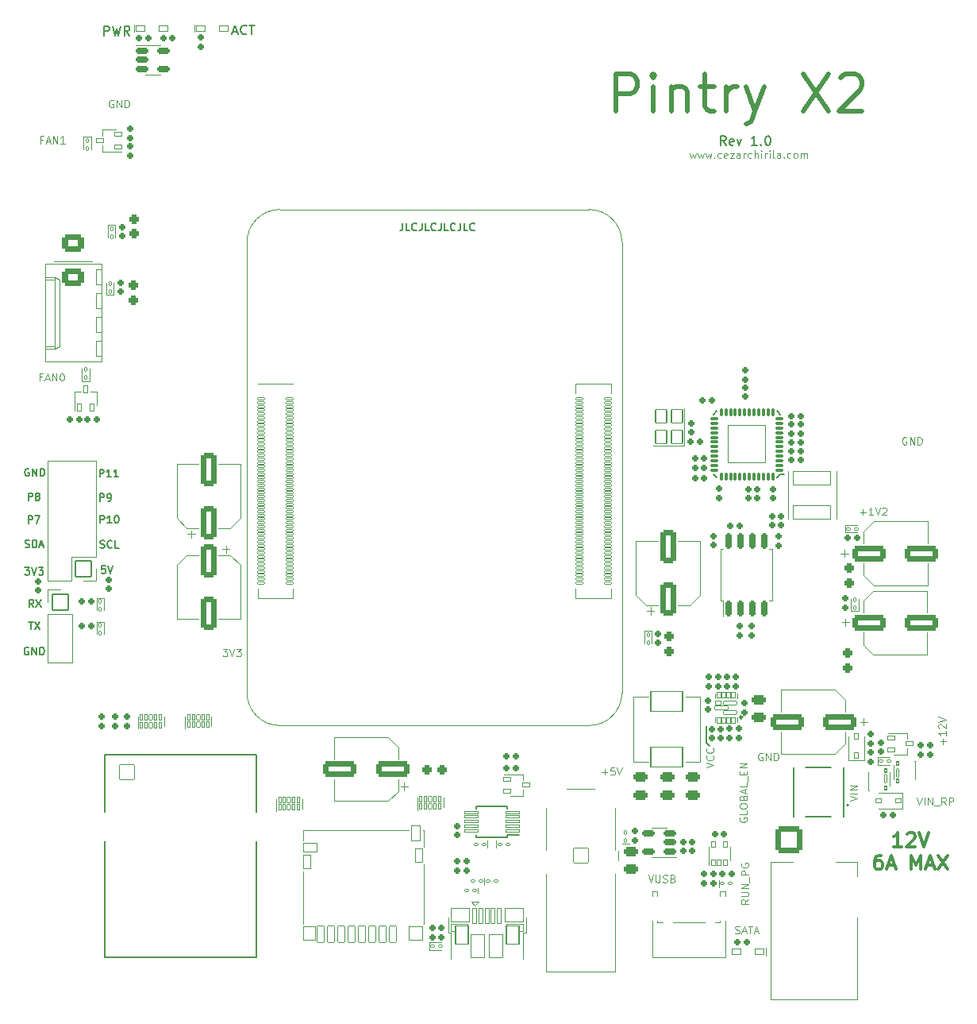
<source format=gto>
%TF.GenerationSoftware,KiCad,Pcbnew,(5.99.0-12650-g5c402a64ab)*%
%TF.CreationDate,2021-10-24T00:02:36+01:00*%
%TF.ProjectId,Pintry-X2,50696e74-7279-42d5-9832-2e6b69636164,rev?*%
%TF.SameCoordinates,Original*%
%TF.FileFunction,Legend,Top*%
%TF.FilePolarity,Positive*%
%FSLAX46Y46*%
G04 Gerber Fmt 4.6, Leading zero omitted, Abs format (unit mm)*
G04 Created by KiCad (PCBNEW (5.99.0-12650-g5c402a64ab)) date 2021-10-24 00:02:36*
%MOMM*%
%LPD*%
G01*
G04 APERTURE LIST*
G04 Aperture macros list*
%AMRoundRect*
0 Rectangle with rounded corners*
0 $1 Rounding radius*
0 $2 $3 $4 $5 $6 $7 $8 $9 X,Y pos of 4 corners*
0 Add a 4 corners polygon primitive as box body*
4,1,4,$2,$3,$4,$5,$6,$7,$8,$9,$2,$3,0*
0 Add four circle primitives for the rounded corners*
1,1,$1+$1,$2,$3*
1,1,$1+$1,$4,$5*
1,1,$1+$1,$6,$7*
1,1,$1+$1,$8,$9*
0 Add four rect primitives between the rounded corners*
20,1,$1+$1,$2,$3,$4,$5,0*
20,1,$1+$1,$4,$5,$6,$7,0*
20,1,$1+$1,$6,$7,$8,$9,0*
20,1,$1+$1,$8,$9,$2,$3,0*%
%AMFreePoly0*
4,1,32,0.444127,1.326197,0.447663,1.324733,0.474733,1.297663,0.476197,1.294127,0.480000,1.275000,0.480000,-0.425000,0.476197,-0.444127,0.474733,-0.447663,0.447663,-0.474733,0.444127,-0.476197,0.425000,-0.480000,-0.575000,-0.480000,-0.594127,-0.476197,-0.597663,-0.474733,-0.624733,-0.447663,-0.626197,-0.444127,-0.630000,-0.425000,-0.630000,0.520000,-1.875000,0.520000,-1.894127,0.523803,
-1.897663,0.525267,-1.924733,0.552337,-1.926197,0.555873,-1.930000,0.575000,-1.930000,1.275000,-1.926197,1.294127,-1.924733,1.297663,-1.897663,1.324733,-1.894127,1.326197,-1.875000,1.330000,0.425000,1.330000,0.444127,1.326197,0.444127,1.326197,$1*%
%AMFreePoly1*
4,1,29,1.135355,0.510355,1.150000,0.475000,1.150000,0.175000,1.135355,0.139645,1.100000,0.125000,0.800000,0.125000,0.800000,-0.125000,1.100000,-0.125000,1.135355,-0.139645,1.150000,-0.175000,1.150000,-0.475000,1.135355,-0.510355,1.100000,-0.525000,-1.100000,-0.525000,-1.135355,-0.510355,-1.150000,-0.475000,-1.150000,-0.175000,-1.135355,-0.139645,-1.100000,-0.125000,-0.800000,-0.125000,
-0.800000,0.125000,-1.100000,0.125000,-1.135355,0.139645,-1.150000,0.175000,-1.150000,0.475000,-1.135355,0.510355,-1.100000,0.525000,1.100000,0.525000,1.135355,0.510355,1.135355,0.510355,$1*%
G04 Aperture macros list end*
%ADD10C,0.150000*%
%ADD11C,0.200000*%
%ADD12C,0.120000*%
%ADD13C,0.300000*%
%ADD14C,0.500000*%
%ADD15C,0.127000*%
%ADD16C,0.010000*%
%ADD17RoundRect,0.300000X-1.125000X-1.125000X1.125000X-1.125000X1.125000X1.125000X-1.125000X1.125000X0*%
%ADD18C,2.850000*%
%ADD19RoundRect,0.050000X0.125000X-0.180000X0.125000X0.180000X-0.125000X0.180000X-0.125000X-0.180000X0*%
%ADD20C,1.100000*%
%ADD21RoundRect,0.050000X-0.150000X-0.275000X0.150000X-0.275000X0.150000X0.275000X-0.150000X0.275000X0*%
%ADD22RoundRect,0.050000X-0.200000X-0.275000X0.200000X-0.275000X0.200000X0.275000X-0.200000X0.275000X0*%
%ADD23RoundRect,0.185000X0.185000X-0.135000X0.185000X0.135000X-0.185000X0.135000X-0.185000X-0.135000X0*%
%ADD24RoundRect,0.200000X0.512500X0.150000X-0.512500X0.150000X-0.512500X-0.150000X0.512500X-0.150000X0*%
%ADD25RoundRect,0.185000X-0.135000X-0.185000X0.135000X-0.185000X0.135000X0.185000X-0.135000X0.185000X0*%
%ADD26RoundRect,0.190000X0.170000X-0.140000X0.170000X0.140000X-0.170000X0.140000X-0.170000X-0.140000X0*%
%ADD27RoundRect,0.300000X1.500000X0.550000X-1.500000X0.550000X-1.500000X-0.550000X1.500000X-0.550000X0*%
%ADD28RoundRect,0.190000X-0.140000X-0.170000X0.140000X-0.170000X0.140000X0.170000X-0.140000X0.170000X0*%
%ADD29FreePoly0,270.000000*%
%ADD30RoundRect,0.185000X-0.185000X0.135000X-0.185000X-0.135000X0.185000X-0.135000X0.185000X0.135000X0*%
%ADD31RoundRect,0.300000X-1.500000X-0.550000X1.500000X-0.550000X1.500000X0.550000X-1.500000X0.550000X0*%
%ADD32RoundRect,0.300000X0.550000X-1.500000X0.550000X1.500000X-0.550000X1.500000X-0.550000X-1.500000X0*%
%ADD33RoundRect,0.190000X-0.170000X0.140000X-0.170000X-0.140000X0.170000X-0.140000X0.170000X0.140000X0*%
%ADD34RoundRect,0.300000X-0.475000X0.250000X-0.475000X-0.250000X0.475000X-0.250000X0.475000X0.250000X0*%
%ADD35C,7.000000*%
%ADD36RoundRect,0.050000X0.200000X-0.825000X0.200000X0.825000X-0.200000X0.825000X-0.200000X-0.825000X0*%
%ADD37RoundRect,0.050000X-0.912500X-0.350000X0.912500X-0.350000X0.912500X0.350000X-0.912500X0.350000X0*%
%ADD38O,1.450000X1.800000*%
%ADD39RoundRect,0.050000X0.715000X-1.250000X0.715000X1.250000X-0.715000X1.250000X-0.715000X-1.250000X0*%
%ADD40RoundRect,0.050000X-0.675000X-1.000000X0.675000X-1.000000X0.675000X1.000000X-0.675000X1.000000X0*%
%ADD41O,1.200000X1.600000*%
%ADD42RoundRect,0.050000X-1.000000X-0.750000X1.000000X-0.750000X1.000000X0.750000X-1.000000X0.750000X0*%
%ADD43RoundRect,0.050000X-0.125000X0.180000X-0.125000X-0.180000X0.125000X-0.180000X0.125000X0.180000X0*%
%ADD44C,2.200000*%
%ADD45C,1.850000*%
%ADD46FreePoly1,270.000000*%
%ADD47RoundRect,0.050000X-0.150000X0.175000X-0.150000X-0.175000X0.150000X-0.175000X0.150000X0.175000X0*%
%ADD48RoundRect,0.050000X-0.117500X0.435000X-0.117500X-0.435000X0.117500X-0.435000X0.117500X0.435000X0*%
%ADD49RoundRect,0.050000X0.350000X-0.225000X0.350000X0.225000X-0.350000X0.225000X-0.350000X-0.225000X0*%
%ADD50RoundRect,0.050000X0.180000X0.125000X-0.180000X0.125000X-0.180000X-0.125000X0.180000X-0.125000X0*%
%ADD51RoundRect,0.050000X0.600000X-0.700000X0.600000X0.700000X-0.600000X0.700000X-0.600000X-0.700000X0*%
%ADD52RoundRect,0.112500X0.337500X0.062500X-0.337500X0.062500X-0.337500X-0.062500X0.337500X-0.062500X0*%
%ADD53RoundRect,0.112500X0.062500X0.337500X-0.062500X0.337500X-0.062500X-0.337500X0.062500X-0.337500X0*%
%ADD54RoundRect,0.050000X2.012500X2.012500X-2.012500X2.012500X-2.012500X-2.012500X2.012500X-2.012500X0*%
%ADD55RoundRect,0.050000X2.000000X-0.750000X2.000000X0.750000X-2.000000X0.750000X-2.000000X-0.750000X0*%
%ADD56RoundRect,0.050000X-0.450000X-0.300000X0.450000X-0.300000X0.450000X0.300000X-0.450000X0.300000X0*%
%ADD57RoundRect,0.050000X0.225000X-0.300000X0.225000X0.300000X-0.225000X0.300000X-0.225000X-0.300000X0*%
%ADD58RoundRect,0.050000X-1.700000X1.075000X-1.700000X-1.075000X1.700000X-1.075000X1.700000X1.075000X0*%
%ADD59RoundRect,0.190000X0.140000X0.170000X-0.140000X0.170000X-0.140000X-0.170000X0.140000X-0.170000X0*%
%ADD60RoundRect,0.268750X-0.256250X0.218750X-0.256250X-0.218750X0.256250X-0.218750X0.256250X0.218750X0*%
%ADD61C,2.000000*%
%ADD62RoundRect,0.050000X0.850000X0.850000X-0.850000X0.850000X-0.850000X-0.850000X0.850000X-0.850000X0*%
%ADD63O,1.800000X1.800000*%
%ADD64C,6.100000*%
%ADD65RoundRect,0.050000X-0.350000X0.100000X-0.350000X-0.100000X0.350000X-0.100000X0.350000X0.100000X0*%
%ADD66RoundRect,0.200000X0.150000X-0.650000X0.150000X0.650000X-0.150000X0.650000X-0.150000X-0.650000X0*%
%ADD67C,3.350000*%
%ADD68RoundRect,0.050000X-0.800000X-0.800000X0.800000X-0.800000X0.800000X0.800000X-0.800000X0.800000X0*%
%ADD69C,1.700000*%
%ADD70C,2.100000*%
%ADD71C,2.800000*%
%ADD72RoundRect,0.185000X0.135000X0.185000X-0.135000X0.185000X-0.135000X-0.185000X0.135000X-0.185000X0*%
%ADD73RoundRect,0.050000X-0.225000X-0.350000X0.225000X-0.350000X0.225000X0.350000X-0.225000X0.350000X0*%
%ADD74RoundRect,0.268750X-0.218750X-0.256250X0.218750X-0.256250X0.218750X0.256250X-0.218750X0.256250X0*%
%ADD75RoundRect,0.050000X-0.180000X-0.125000X0.180000X-0.125000X0.180000X0.125000X-0.180000X0.125000X0*%
%ADD76RoundRect,0.050000X0.300000X0.225000X-0.300000X0.225000X-0.300000X-0.225000X0.300000X-0.225000X0*%
%ADD77O,4.600000X2.100000*%
%ADD78O,4.100000X2.100000*%
%ADD79O,1.900000X3.600000*%
%ADD80RoundRect,0.050000X0.450000X0.300000X-0.450000X0.300000X-0.450000X-0.300000X0.450000X-0.300000X0*%
%ADD81RoundRect,0.300000X-0.550000X1.500000X-0.550000X-1.500000X0.550000X-1.500000X0.550000X1.500000X0*%
%ADD82RoundRect,0.050000X-0.350000X0.225000X-0.350000X-0.225000X0.350000X-0.225000X0.350000X0.225000X0*%
%ADD83RoundRect,0.050000X0.200000X-0.325000X0.200000X0.325000X-0.200000X0.325000X-0.200000X-0.325000X0*%
%ADD84RoundRect,0.300000X-0.845000X0.620000X-0.845000X-0.620000X0.845000X-0.620000X0.845000X0.620000X0*%
%ADD85O,2.290000X1.840000*%
%ADD86RoundRect,0.050000X-0.850000X-0.850000X0.850000X-0.850000X0.850000X0.850000X-0.850000X0.850000X0*%
%ADD87RoundRect,0.050000X0.700000X0.150000X-0.700000X0.150000X-0.700000X-0.150000X0.700000X-0.150000X0*%
%ADD88RoundRect,0.050000X-0.350000X-0.875000X0.350000X-0.875000X0.350000X0.875000X-0.350000X0.875000X0*%
%ADD89RoundRect,0.050000X-0.725000X-0.500000X0.725000X-0.500000X0.725000X0.500000X-0.725000X0.500000X0*%
%ADD90RoundRect,0.050000X-0.500000X-0.775000X0.500000X-0.775000X0.500000X0.775000X-0.500000X0.775000X0*%
%ADD91RoundRect,0.050000X-0.750000X-0.750000X0.750000X-0.750000X0.750000X0.750000X-0.750000X0.750000X0*%
%ADD92RoundRect,0.050000X-0.400000X-0.700000X0.400000X-0.700000X0.400000X0.700000X-0.400000X0.700000X0*%
%ADD93RoundRect,0.050000X-0.650000X-0.750000X0.650000X-0.750000X0.650000X0.750000X-0.650000X0.750000X0*%
%ADD94RoundRect,0.050000X-0.400000X-0.750000X0.400000X-0.750000X0.400000X0.750000X-0.400000X0.750000X0*%
%ADD95RoundRect,0.268750X0.256250X-0.218750X0.256250X0.218750X-0.256250X0.218750X-0.256250X-0.218750X0*%
%ADD96RoundRect,0.050000X0.800000X-0.800000X0.800000X0.800000X-0.800000X0.800000X-0.800000X-0.800000X0*%
%ADD97C,2.250000*%
%ADD98RoundRect,0.025000X0.700000X0.175000X-0.700000X0.175000X-0.700000X-0.175000X0.700000X-0.175000X0*%
%ADD99RoundRect,0.025000X0.175000X0.300000X-0.175000X0.300000X-0.175000X-0.300000X0.175000X-0.300000X0*%
%ADD100RoundRect,0.025000X0.300000X0.175000X-0.300000X0.175000X-0.300000X-0.175000X0.300000X-0.175000X0*%
%ADD101RoundRect,0.200000X-0.512500X-0.150000X0.512500X-0.150000X0.512500X0.150000X-0.512500X0.150000X0*%
%ADD102FreePoly1,90.000000*%
%ADD103RoundRect,0.050000X0.150000X-0.175000X0.150000X0.175000X-0.150000X0.175000X-0.150000X-0.175000X0*%
%ADD104RoundRect,0.050000X0.117500X-0.435000X0.117500X0.435000X-0.117500X0.435000X-0.117500X-0.435000X0*%
%ADD105RoundRect,0.300000X0.845000X-0.620000X0.845000X0.620000X-0.845000X0.620000X-0.845000X-0.620000X0*%
G04 APERTURE END LIST*
D10*
X143200000Y-186900000D02*
X143550000Y-187300000D01*
X143200000Y-185150000D02*
X143200000Y-186850000D01*
X145278571Y-123247380D02*
X144945238Y-122771190D01*
X144707142Y-123247380D02*
X144707142Y-122247380D01*
X145088095Y-122247380D01*
X145183333Y-122295000D01*
X145230952Y-122342619D01*
X145278571Y-122437857D01*
X145278571Y-122580714D01*
X145230952Y-122675952D01*
X145183333Y-122723571D01*
X145088095Y-122771190D01*
X144707142Y-122771190D01*
X146088095Y-123199761D02*
X145992857Y-123247380D01*
X145802380Y-123247380D01*
X145707142Y-123199761D01*
X145659523Y-123104523D01*
X145659523Y-122723571D01*
X145707142Y-122628333D01*
X145802380Y-122580714D01*
X145992857Y-122580714D01*
X146088095Y-122628333D01*
X146135714Y-122723571D01*
X146135714Y-122818809D01*
X145659523Y-122914047D01*
X146469047Y-122580714D02*
X146707142Y-123247380D01*
X146945238Y-122580714D01*
X148611904Y-123247380D02*
X148040476Y-123247380D01*
X148326190Y-123247380D02*
X148326190Y-122247380D01*
X148230952Y-122390238D01*
X148135714Y-122485476D01*
X148040476Y-122533095D01*
X149040476Y-123152142D02*
X149088095Y-123199761D01*
X149040476Y-123247380D01*
X148992857Y-123199761D01*
X149040476Y-123152142D01*
X149040476Y-123247380D01*
X149707142Y-122247380D02*
X149802380Y-122247380D01*
X149897619Y-122295000D01*
X149945238Y-122342619D01*
X149992857Y-122437857D01*
X150040476Y-122628333D01*
X150040476Y-122866428D01*
X149992857Y-123056904D01*
X149945238Y-123152142D01*
X149897619Y-123199761D01*
X149802380Y-123247380D01*
X149707142Y-123247380D01*
X149611904Y-123199761D01*
X149564285Y-123152142D01*
X149516666Y-123056904D01*
X149469047Y-122866428D01*
X149469047Y-122628333D01*
X149516666Y-122437857D01*
X149564285Y-122342619D01*
X149611904Y-122295000D01*
X149707142Y-122247380D01*
D11*
X70859523Y-163561904D02*
X70859523Y-162761904D01*
X71164285Y-162761904D01*
X71240476Y-162800000D01*
X71278571Y-162838095D01*
X71316666Y-162914285D01*
X71316666Y-163028571D01*
X71278571Y-163104761D01*
X71240476Y-163142857D01*
X71164285Y-163180952D01*
X70859523Y-163180952D01*
X71583333Y-162761904D02*
X72116666Y-162761904D01*
X71773809Y-163561904D01*
X78509523Y-161161904D02*
X78509523Y-160361904D01*
X78814285Y-160361904D01*
X78890476Y-160400000D01*
X78928571Y-160438095D01*
X78966666Y-160514285D01*
X78966666Y-160628571D01*
X78928571Y-160704761D01*
X78890476Y-160742857D01*
X78814285Y-160780952D01*
X78509523Y-160780952D01*
X79347619Y-161161904D02*
X79500000Y-161161904D01*
X79576190Y-161123809D01*
X79614285Y-161085714D01*
X79690476Y-160971428D01*
X79728571Y-160819047D01*
X79728571Y-160514285D01*
X79690476Y-160438095D01*
X79652380Y-160400000D01*
X79576190Y-160361904D01*
X79423809Y-160361904D01*
X79347619Y-160400000D01*
X79309523Y-160438095D01*
X79271428Y-160514285D01*
X79271428Y-160704761D01*
X79309523Y-160780952D01*
X79347619Y-160819047D01*
X79423809Y-160857142D01*
X79576190Y-160857142D01*
X79652380Y-160819047D01*
X79690476Y-160780952D01*
X79728571Y-160704761D01*
D12*
X146280952Y-207223809D02*
X146395238Y-207261904D01*
X146585714Y-207261904D01*
X146661904Y-207223809D01*
X146700000Y-207185714D01*
X146738095Y-207109523D01*
X146738095Y-207033333D01*
X146700000Y-206957142D01*
X146661904Y-206919047D01*
X146585714Y-206880952D01*
X146433333Y-206842857D01*
X146357142Y-206804761D01*
X146319047Y-206766666D01*
X146280952Y-206690476D01*
X146280952Y-206614285D01*
X146319047Y-206538095D01*
X146357142Y-206500000D01*
X146433333Y-206461904D01*
X146623809Y-206461904D01*
X146738095Y-206500000D01*
X147042857Y-207033333D02*
X147423809Y-207033333D01*
X146966666Y-207261904D02*
X147233333Y-206461904D01*
X147500000Y-207261904D01*
X147652380Y-206461904D02*
X148109523Y-206461904D01*
X147880952Y-207261904D02*
X147880952Y-206461904D01*
X148338095Y-207033333D02*
X148719047Y-207033333D01*
X148261904Y-207261904D02*
X148528571Y-206461904D01*
X148795238Y-207261904D01*
D11*
X70890476Y-176810000D02*
X70814285Y-176771904D01*
X70700000Y-176771904D01*
X70585714Y-176810000D01*
X70509523Y-176886190D01*
X70471428Y-176962380D01*
X70433333Y-177114761D01*
X70433333Y-177229047D01*
X70471428Y-177381428D01*
X70509523Y-177457619D01*
X70585714Y-177533809D01*
X70700000Y-177571904D01*
X70776190Y-177571904D01*
X70890476Y-177533809D01*
X70928571Y-177495714D01*
X70928571Y-177229047D01*
X70776190Y-177229047D01*
X71271428Y-177571904D02*
X71271428Y-176771904D01*
X71728571Y-177571904D01*
X71728571Y-176771904D01*
X72109523Y-177571904D02*
X72109523Y-176771904D01*
X72300000Y-176771904D01*
X72414285Y-176810000D01*
X72490476Y-176886190D01*
X72528571Y-176962380D01*
X72566666Y-177114761D01*
X72566666Y-177229047D01*
X72528571Y-177381428D01*
X72490476Y-177457619D01*
X72414285Y-177533809D01*
X72300000Y-177571904D01*
X72109523Y-177571904D01*
X71416666Y-172461904D02*
X71150000Y-172080952D01*
X70959523Y-172461904D02*
X70959523Y-171661904D01*
X71264285Y-171661904D01*
X71340476Y-171700000D01*
X71378571Y-171738095D01*
X71416666Y-171814285D01*
X71416666Y-171928571D01*
X71378571Y-172004761D01*
X71340476Y-172042857D01*
X71264285Y-172080952D01*
X70959523Y-172080952D01*
X71683333Y-171661904D02*
X72216666Y-172461904D01*
X72216666Y-171661904D02*
X71683333Y-172461904D01*
X70940476Y-174061904D02*
X71397619Y-174061904D01*
X71169047Y-174861904D02*
X71169047Y-174061904D01*
X71588095Y-174061904D02*
X72121428Y-174861904D01*
X72121428Y-174061904D02*
X71588095Y-174861904D01*
X78528571Y-163511904D02*
X78528571Y-162711904D01*
X78833333Y-162711904D01*
X78909523Y-162750000D01*
X78947619Y-162788095D01*
X78985714Y-162864285D01*
X78985714Y-162978571D01*
X78947619Y-163054761D01*
X78909523Y-163092857D01*
X78833333Y-163130952D01*
X78528571Y-163130952D01*
X79747619Y-163511904D02*
X79290476Y-163511904D01*
X79519047Y-163511904D02*
X79519047Y-162711904D01*
X79442857Y-162826190D01*
X79366666Y-162902380D01*
X79290476Y-162940476D01*
X80242857Y-162711904D02*
X80319047Y-162711904D01*
X80395238Y-162750000D01*
X80433333Y-162788095D01*
X80471428Y-162864285D01*
X80509523Y-163016666D01*
X80509523Y-163207142D01*
X80471428Y-163359523D01*
X80433333Y-163435714D01*
X80395238Y-163473809D01*
X80319047Y-163511904D01*
X80242857Y-163511904D01*
X80166666Y-163473809D01*
X80128571Y-163435714D01*
X80090476Y-163359523D01*
X80052380Y-163207142D01*
X80052380Y-163016666D01*
X80090476Y-162864285D01*
X80128571Y-162788095D01*
X80166666Y-162750000D01*
X80242857Y-162711904D01*
X78478571Y-158611904D02*
X78478571Y-157811904D01*
X78783333Y-157811904D01*
X78859523Y-157850000D01*
X78897619Y-157888095D01*
X78935714Y-157964285D01*
X78935714Y-158078571D01*
X78897619Y-158154761D01*
X78859523Y-158192857D01*
X78783333Y-158230952D01*
X78478571Y-158230952D01*
X79697619Y-158611904D02*
X79240476Y-158611904D01*
X79469047Y-158611904D02*
X79469047Y-157811904D01*
X79392857Y-157926190D01*
X79316666Y-158002380D01*
X79240476Y-158040476D01*
X80459523Y-158611904D02*
X80002380Y-158611904D01*
X80230952Y-158611904D02*
X80230952Y-157811904D01*
X80154761Y-157926190D01*
X80078571Y-158002380D01*
X80002380Y-158040476D01*
D10*
X78966666Y-111552380D02*
X78966666Y-110552380D01*
X79347619Y-110552380D01*
X79442857Y-110600000D01*
X79490476Y-110647619D01*
X79538095Y-110742857D01*
X79538095Y-110885714D01*
X79490476Y-110980952D01*
X79442857Y-111028571D01*
X79347619Y-111076190D01*
X78966666Y-111076190D01*
X79871428Y-110552380D02*
X80109523Y-111552380D01*
X80300000Y-110838095D01*
X80490476Y-111552380D01*
X80728571Y-110552380D01*
X81680952Y-111552380D02*
X81347619Y-111076190D01*
X81109523Y-111552380D02*
X81109523Y-110552380D01*
X81490476Y-110552380D01*
X81585714Y-110600000D01*
X81633333Y-110647619D01*
X81680952Y-110742857D01*
X81680952Y-110885714D01*
X81633333Y-110980952D01*
X81585714Y-111028571D01*
X81490476Y-111076190D01*
X81109523Y-111076190D01*
D11*
X70528571Y-166073809D02*
X70642857Y-166111904D01*
X70833333Y-166111904D01*
X70909523Y-166073809D01*
X70947619Y-166035714D01*
X70985714Y-165959523D01*
X70985714Y-165883333D01*
X70947619Y-165807142D01*
X70909523Y-165769047D01*
X70833333Y-165730952D01*
X70680952Y-165692857D01*
X70604761Y-165654761D01*
X70566666Y-165616666D01*
X70528571Y-165540476D01*
X70528571Y-165464285D01*
X70566666Y-165388095D01*
X70604761Y-165350000D01*
X70680952Y-165311904D01*
X70871428Y-165311904D01*
X70985714Y-165350000D01*
X71328571Y-166111904D02*
X71328571Y-165311904D01*
X71519047Y-165311904D01*
X71633333Y-165350000D01*
X71709523Y-165426190D01*
X71747619Y-165502380D01*
X71785714Y-165654761D01*
X71785714Y-165769047D01*
X71747619Y-165921428D01*
X71709523Y-165997619D01*
X71633333Y-166073809D01*
X71519047Y-166111904D01*
X71328571Y-166111904D01*
X72090476Y-165883333D02*
X72471428Y-165883333D01*
X72014285Y-166111904D02*
X72280952Y-165311904D01*
X72547619Y-166111904D01*
X70509523Y-168261904D02*
X71004761Y-168261904D01*
X70738095Y-168566666D01*
X70852380Y-168566666D01*
X70928571Y-168604761D01*
X70966666Y-168642857D01*
X71004761Y-168719047D01*
X71004761Y-168909523D01*
X70966666Y-168985714D01*
X70928571Y-169023809D01*
X70852380Y-169061904D01*
X70623809Y-169061904D01*
X70547619Y-169023809D01*
X70509523Y-168985714D01*
X71233333Y-168261904D02*
X71500000Y-169061904D01*
X71766666Y-168261904D01*
X71957142Y-168261904D02*
X72452380Y-168261904D01*
X72185714Y-168566666D01*
X72300000Y-168566666D01*
X72376190Y-168604761D01*
X72414285Y-168642857D01*
X72452380Y-168719047D01*
X72452380Y-168909523D01*
X72414285Y-168985714D01*
X72376190Y-169023809D01*
X72300000Y-169061904D01*
X72071428Y-169061904D01*
X71995238Y-169023809D01*
X71957142Y-168985714D01*
X70940476Y-157750000D02*
X70864285Y-157711904D01*
X70750000Y-157711904D01*
X70635714Y-157750000D01*
X70559523Y-157826190D01*
X70521428Y-157902380D01*
X70483333Y-158054761D01*
X70483333Y-158169047D01*
X70521428Y-158321428D01*
X70559523Y-158397619D01*
X70635714Y-158473809D01*
X70750000Y-158511904D01*
X70826190Y-158511904D01*
X70940476Y-158473809D01*
X70978571Y-158435714D01*
X70978571Y-158169047D01*
X70826190Y-158169047D01*
X71321428Y-158511904D02*
X71321428Y-157711904D01*
X71778571Y-158511904D01*
X71778571Y-157711904D01*
X72159523Y-158511904D02*
X72159523Y-157711904D01*
X72350000Y-157711904D01*
X72464285Y-157750000D01*
X72540476Y-157826190D01*
X72578571Y-157902380D01*
X72616666Y-158054761D01*
X72616666Y-158169047D01*
X72578571Y-158321428D01*
X72540476Y-158397619D01*
X72464285Y-158473809D01*
X72350000Y-158511904D01*
X72159523Y-158511904D01*
D10*
X92680952Y-111166666D02*
X93157142Y-111166666D01*
X92585714Y-111452380D02*
X92919047Y-110452380D01*
X93252380Y-111452380D01*
X94157142Y-111357142D02*
X94109523Y-111404761D01*
X93966666Y-111452380D01*
X93871428Y-111452380D01*
X93728571Y-111404761D01*
X93633333Y-111309523D01*
X93585714Y-111214285D01*
X93538095Y-111023809D01*
X93538095Y-110880952D01*
X93585714Y-110690476D01*
X93633333Y-110595238D01*
X93728571Y-110500000D01*
X93871428Y-110452380D01*
X93966666Y-110452380D01*
X94109523Y-110500000D01*
X94157142Y-110547619D01*
X94442857Y-110452380D02*
X95014285Y-110452380D01*
X94728571Y-111452380D02*
X94728571Y-110452380D01*
D13*
X164071428Y-198021071D02*
X163214285Y-198021071D01*
X163642857Y-198021071D02*
X163642857Y-196521071D01*
X163500000Y-196735357D01*
X163357142Y-196878214D01*
X163214285Y-196949642D01*
X164642857Y-196663928D02*
X164714285Y-196592500D01*
X164857142Y-196521071D01*
X165214285Y-196521071D01*
X165357142Y-196592500D01*
X165428571Y-196663928D01*
X165500000Y-196806785D01*
X165500000Y-196949642D01*
X165428571Y-197163928D01*
X164571428Y-198021071D01*
X165500000Y-198021071D01*
X165928571Y-196521071D02*
X166428571Y-198021071D01*
X166928571Y-196521071D01*
X161857142Y-198936071D02*
X161571428Y-198936071D01*
X161428571Y-199007500D01*
X161357142Y-199078928D01*
X161214285Y-199293214D01*
X161142857Y-199578928D01*
X161142857Y-200150357D01*
X161214285Y-200293214D01*
X161285714Y-200364642D01*
X161428571Y-200436071D01*
X161714285Y-200436071D01*
X161857142Y-200364642D01*
X161928571Y-200293214D01*
X162000000Y-200150357D01*
X162000000Y-199793214D01*
X161928571Y-199650357D01*
X161857142Y-199578928D01*
X161714285Y-199507500D01*
X161428571Y-199507500D01*
X161285714Y-199578928D01*
X161214285Y-199650357D01*
X161142857Y-199793214D01*
X162571428Y-200007500D02*
X163285714Y-200007500D01*
X162428571Y-200436071D02*
X162928571Y-198936071D01*
X163428571Y-200436071D01*
X165071428Y-200436071D02*
X165071428Y-198936071D01*
X165571428Y-200007500D01*
X166071428Y-198936071D01*
X166071428Y-200436071D01*
X166714285Y-200007500D02*
X167428571Y-200007500D01*
X166571428Y-200436071D02*
X167071428Y-198936071D01*
X167571428Y-200436071D01*
X167928571Y-198936071D02*
X168928571Y-200436071D01*
X168928571Y-198936071D02*
X167928571Y-200436071D01*
D11*
X78547619Y-166123809D02*
X78661904Y-166161904D01*
X78852380Y-166161904D01*
X78928571Y-166123809D01*
X78966666Y-166085714D01*
X79004761Y-166009523D01*
X79004761Y-165933333D01*
X78966666Y-165857142D01*
X78928571Y-165819047D01*
X78852380Y-165780952D01*
X78700000Y-165742857D01*
X78623809Y-165704761D01*
X78585714Y-165666666D01*
X78547619Y-165590476D01*
X78547619Y-165514285D01*
X78585714Y-165438095D01*
X78623809Y-165400000D01*
X78700000Y-165361904D01*
X78890476Y-165361904D01*
X79004761Y-165400000D01*
X79804761Y-166085714D02*
X79766666Y-166123809D01*
X79652380Y-166161904D01*
X79576190Y-166161904D01*
X79461904Y-166123809D01*
X79385714Y-166047619D01*
X79347619Y-165971428D01*
X79309523Y-165819047D01*
X79309523Y-165704761D01*
X79347619Y-165552380D01*
X79385714Y-165476190D01*
X79461904Y-165400000D01*
X79576190Y-165361904D01*
X79652380Y-165361904D01*
X79766666Y-165400000D01*
X79804761Y-165438095D01*
X80528571Y-166161904D02*
X80147619Y-166161904D01*
X80147619Y-165361904D01*
D14*
X133552380Y-119659523D02*
X133552380Y-115659523D01*
X135076190Y-115659523D01*
X135457142Y-115850000D01*
X135647619Y-116040476D01*
X135838095Y-116421428D01*
X135838095Y-116992857D01*
X135647619Y-117373809D01*
X135457142Y-117564285D01*
X135076190Y-117754761D01*
X133552380Y-117754761D01*
X137552380Y-119659523D02*
X137552380Y-116992857D01*
X137552380Y-115659523D02*
X137361904Y-115850000D01*
X137552380Y-116040476D01*
X137742857Y-115850000D01*
X137552380Y-115659523D01*
X137552380Y-116040476D01*
X139457142Y-116992857D02*
X139457142Y-119659523D01*
X139457142Y-117373809D02*
X139647619Y-117183333D01*
X140028571Y-116992857D01*
X140600000Y-116992857D01*
X140980952Y-117183333D01*
X141171428Y-117564285D01*
X141171428Y-119659523D01*
X142504761Y-116992857D02*
X144028571Y-116992857D01*
X143076190Y-115659523D02*
X143076190Y-119088095D01*
X143266666Y-119469047D01*
X143647619Y-119659523D01*
X144028571Y-119659523D01*
X145361904Y-119659523D02*
X145361904Y-116992857D01*
X145361904Y-117754761D02*
X145552380Y-117373809D01*
X145742857Y-117183333D01*
X146123809Y-116992857D01*
X146504761Y-116992857D01*
X147457142Y-116992857D02*
X148409523Y-119659523D01*
X149361904Y-116992857D02*
X148409523Y-119659523D01*
X148028571Y-120611904D01*
X147838095Y-120802380D01*
X147457142Y-120992857D01*
X153552380Y-115659523D02*
X156219047Y-119659523D01*
X156219047Y-115659523D02*
X153552380Y-119659523D01*
X157552380Y-116040476D02*
X157742857Y-115850000D01*
X158123809Y-115659523D01*
X159076190Y-115659523D01*
X159457142Y-115850000D01*
X159647619Y-116040476D01*
X159838095Y-116421428D01*
X159838095Y-116802380D01*
X159647619Y-117373809D01*
X157361904Y-119659523D01*
X159838095Y-119659523D01*
D10*
X110804761Y-131561904D02*
X110804761Y-132133333D01*
X110766666Y-132247619D01*
X110690476Y-132323809D01*
X110576190Y-132361904D01*
X110500000Y-132361904D01*
X111566666Y-132361904D02*
X111185714Y-132361904D01*
X111185714Y-131561904D01*
X112290476Y-132285714D02*
X112252380Y-132323809D01*
X112138095Y-132361904D01*
X112061904Y-132361904D01*
X111947619Y-132323809D01*
X111871428Y-132247619D01*
X111833333Y-132171428D01*
X111795238Y-132019047D01*
X111795238Y-131904761D01*
X111833333Y-131752380D01*
X111871428Y-131676190D01*
X111947619Y-131600000D01*
X112061904Y-131561904D01*
X112138095Y-131561904D01*
X112252380Y-131600000D01*
X112290476Y-131638095D01*
X112861904Y-131561904D02*
X112861904Y-132133333D01*
X112823809Y-132247619D01*
X112747619Y-132323809D01*
X112633333Y-132361904D01*
X112557142Y-132361904D01*
X113623809Y-132361904D02*
X113242857Y-132361904D01*
X113242857Y-131561904D01*
X114347619Y-132285714D02*
X114309523Y-132323809D01*
X114195238Y-132361904D01*
X114119047Y-132361904D01*
X114004761Y-132323809D01*
X113928571Y-132247619D01*
X113890476Y-132171428D01*
X113852380Y-132019047D01*
X113852380Y-131904761D01*
X113890476Y-131752380D01*
X113928571Y-131676190D01*
X114004761Y-131600000D01*
X114119047Y-131561904D01*
X114195238Y-131561904D01*
X114309523Y-131600000D01*
X114347619Y-131638095D01*
X114919047Y-131561904D02*
X114919047Y-132133333D01*
X114880952Y-132247619D01*
X114804761Y-132323809D01*
X114690476Y-132361904D01*
X114614285Y-132361904D01*
X115680952Y-132361904D02*
X115300000Y-132361904D01*
X115300000Y-131561904D01*
X116404761Y-132285714D02*
X116366666Y-132323809D01*
X116252380Y-132361904D01*
X116176190Y-132361904D01*
X116061904Y-132323809D01*
X115985714Y-132247619D01*
X115947619Y-132171428D01*
X115909523Y-132019047D01*
X115909523Y-131904761D01*
X115947619Y-131752380D01*
X115985714Y-131676190D01*
X116061904Y-131600000D01*
X116176190Y-131561904D01*
X116252380Y-131561904D01*
X116366666Y-131600000D01*
X116404761Y-131638095D01*
X116976190Y-131561904D02*
X116976190Y-132133333D01*
X116938095Y-132247619D01*
X116861904Y-132323809D01*
X116747619Y-132361904D01*
X116671428Y-132361904D01*
X117738095Y-132361904D02*
X117357142Y-132361904D01*
X117357142Y-131561904D01*
X118461904Y-132285714D02*
X118423809Y-132323809D01*
X118309523Y-132361904D01*
X118233333Y-132361904D01*
X118119047Y-132323809D01*
X118042857Y-132247619D01*
X118004761Y-132171428D01*
X117966666Y-132019047D01*
X117966666Y-131904761D01*
X118004761Y-131752380D01*
X118042857Y-131676190D01*
X118119047Y-131600000D01*
X118233333Y-131561904D01*
X118309523Y-131561904D01*
X118423809Y-131600000D01*
X118461904Y-131638095D01*
D12*
X141464285Y-124078571D02*
X141616666Y-124611904D01*
X141769047Y-124230952D01*
X141921428Y-124611904D01*
X142073809Y-124078571D01*
X142302380Y-124078571D02*
X142454761Y-124611904D01*
X142607142Y-124230952D01*
X142759523Y-124611904D01*
X142911904Y-124078571D01*
X143140476Y-124078571D02*
X143292857Y-124611904D01*
X143445238Y-124230952D01*
X143597619Y-124611904D01*
X143750000Y-124078571D01*
X144054761Y-124535714D02*
X144092857Y-124573809D01*
X144054761Y-124611904D01*
X144016666Y-124573809D01*
X144054761Y-124535714D01*
X144054761Y-124611904D01*
X144778571Y-124573809D02*
X144702380Y-124611904D01*
X144550000Y-124611904D01*
X144473809Y-124573809D01*
X144435714Y-124535714D01*
X144397619Y-124459523D01*
X144397619Y-124230952D01*
X144435714Y-124154761D01*
X144473809Y-124116666D01*
X144550000Y-124078571D01*
X144702380Y-124078571D01*
X144778571Y-124116666D01*
X145426190Y-124573809D02*
X145350000Y-124611904D01*
X145197619Y-124611904D01*
X145121428Y-124573809D01*
X145083333Y-124497619D01*
X145083333Y-124192857D01*
X145121428Y-124116666D01*
X145197619Y-124078571D01*
X145350000Y-124078571D01*
X145426190Y-124116666D01*
X145464285Y-124192857D01*
X145464285Y-124269047D01*
X145083333Y-124345238D01*
X145730952Y-124078571D02*
X146150000Y-124078571D01*
X145730952Y-124611904D01*
X146150000Y-124611904D01*
X146797619Y-124611904D02*
X146797619Y-124192857D01*
X146759523Y-124116666D01*
X146683333Y-124078571D01*
X146530952Y-124078571D01*
X146454761Y-124116666D01*
X146797619Y-124573809D02*
X146721428Y-124611904D01*
X146530952Y-124611904D01*
X146454761Y-124573809D01*
X146416666Y-124497619D01*
X146416666Y-124421428D01*
X146454761Y-124345238D01*
X146530952Y-124307142D01*
X146721428Y-124307142D01*
X146797619Y-124269047D01*
X147178571Y-124611904D02*
X147178571Y-124078571D01*
X147178571Y-124230952D02*
X147216666Y-124154761D01*
X147254761Y-124116666D01*
X147330952Y-124078571D01*
X147407142Y-124078571D01*
X148016666Y-124573809D02*
X147940476Y-124611904D01*
X147788095Y-124611904D01*
X147711904Y-124573809D01*
X147673809Y-124535714D01*
X147635714Y-124459523D01*
X147635714Y-124230952D01*
X147673809Y-124154761D01*
X147711904Y-124116666D01*
X147788095Y-124078571D01*
X147940476Y-124078571D01*
X148016666Y-124116666D01*
X148359523Y-124611904D02*
X148359523Y-123811904D01*
X148702380Y-124611904D02*
X148702380Y-124192857D01*
X148664285Y-124116666D01*
X148588095Y-124078571D01*
X148473809Y-124078571D01*
X148397619Y-124116666D01*
X148359523Y-124154761D01*
X149083333Y-124611904D02*
X149083333Y-124078571D01*
X149083333Y-123811904D02*
X149045238Y-123850000D01*
X149083333Y-123888095D01*
X149121428Y-123850000D01*
X149083333Y-123811904D01*
X149083333Y-123888095D01*
X149464285Y-124611904D02*
X149464285Y-124078571D01*
X149464285Y-124230952D02*
X149502380Y-124154761D01*
X149540476Y-124116666D01*
X149616666Y-124078571D01*
X149692857Y-124078571D01*
X149959523Y-124611904D02*
X149959523Y-124078571D01*
X149959523Y-123811904D02*
X149921428Y-123850000D01*
X149959523Y-123888095D01*
X149997619Y-123850000D01*
X149959523Y-123811904D01*
X149959523Y-123888095D01*
X150454761Y-124611904D02*
X150378571Y-124573809D01*
X150340476Y-124497619D01*
X150340476Y-123811904D01*
X151102380Y-124611904D02*
X151102380Y-124192857D01*
X151064285Y-124116666D01*
X150988095Y-124078571D01*
X150835714Y-124078571D01*
X150759523Y-124116666D01*
X151102380Y-124573809D02*
X151026190Y-124611904D01*
X150835714Y-124611904D01*
X150759523Y-124573809D01*
X150721428Y-124497619D01*
X150721428Y-124421428D01*
X150759523Y-124345238D01*
X150835714Y-124307142D01*
X151026190Y-124307142D01*
X151102380Y-124269047D01*
X151483333Y-124535714D02*
X151521428Y-124573809D01*
X151483333Y-124611904D01*
X151445238Y-124573809D01*
X151483333Y-124535714D01*
X151483333Y-124611904D01*
X152207142Y-124573809D02*
X152130952Y-124611904D01*
X151978571Y-124611904D01*
X151902380Y-124573809D01*
X151864285Y-124535714D01*
X151826190Y-124459523D01*
X151826190Y-124230952D01*
X151864285Y-124154761D01*
X151902380Y-124116666D01*
X151978571Y-124078571D01*
X152130952Y-124078571D01*
X152207142Y-124116666D01*
X152664285Y-124611904D02*
X152588095Y-124573809D01*
X152550000Y-124535714D01*
X152511904Y-124459523D01*
X152511904Y-124230952D01*
X152550000Y-124154761D01*
X152588095Y-124116666D01*
X152664285Y-124078571D01*
X152778571Y-124078571D01*
X152854761Y-124116666D01*
X152892857Y-124154761D01*
X152930952Y-124230952D01*
X152930952Y-124459523D01*
X152892857Y-124535714D01*
X152854761Y-124573809D01*
X152778571Y-124611904D01*
X152664285Y-124611904D01*
X153273809Y-124611904D02*
X153273809Y-124078571D01*
X153273809Y-124154761D02*
X153311904Y-124116666D01*
X153388095Y-124078571D01*
X153502380Y-124078571D01*
X153578571Y-124116666D01*
X153616666Y-124192857D01*
X153616666Y-124611904D01*
X153616666Y-124192857D02*
X153654761Y-124116666D01*
X153730952Y-124078571D01*
X153845238Y-124078571D01*
X153921428Y-124116666D01*
X153959523Y-124192857D01*
X153959523Y-124611904D01*
D11*
X79097619Y-168061904D02*
X78716666Y-168061904D01*
X78678571Y-168442857D01*
X78716666Y-168404761D01*
X78792857Y-168366666D01*
X78983333Y-168366666D01*
X79059523Y-168404761D01*
X79097619Y-168442857D01*
X79135714Y-168519047D01*
X79135714Y-168709523D01*
X79097619Y-168785714D01*
X79059523Y-168823809D01*
X78983333Y-168861904D01*
X78792857Y-168861904D01*
X78716666Y-168823809D01*
X78678571Y-168785714D01*
X79364285Y-168061904D02*
X79630952Y-168861904D01*
X79897619Y-168061904D01*
X70859523Y-161111904D02*
X70859523Y-160311904D01*
X71164285Y-160311904D01*
X71240476Y-160350000D01*
X71278571Y-160388095D01*
X71316666Y-160464285D01*
X71316666Y-160578571D01*
X71278571Y-160654761D01*
X71240476Y-160692857D01*
X71164285Y-160730952D01*
X70859523Y-160730952D01*
X71773809Y-160654761D02*
X71697619Y-160616666D01*
X71659523Y-160578571D01*
X71621428Y-160502380D01*
X71621428Y-160464285D01*
X71659523Y-160388095D01*
X71697619Y-160350000D01*
X71773809Y-160311904D01*
X71926190Y-160311904D01*
X72002380Y-160350000D01*
X72040476Y-160388095D01*
X72078571Y-160464285D01*
X72078571Y-160502380D01*
X72040476Y-160578571D01*
X72002380Y-160616666D01*
X71926190Y-160654761D01*
X71773809Y-160654761D01*
X71697619Y-160692857D01*
X71659523Y-160730952D01*
X71621428Y-160807142D01*
X71621428Y-160959523D01*
X71659523Y-161035714D01*
X71697619Y-161073809D01*
X71773809Y-161111904D01*
X71926190Y-161111904D01*
X72002380Y-161073809D01*
X72040476Y-161035714D01*
X72078571Y-160959523D01*
X72078571Y-160807142D01*
X72040476Y-160730952D01*
X72002380Y-160692857D01*
X71926190Y-160654761D01*
D12*
%TO.C,TP5*%
X168457142Y-187109523D02*
X168457142Y-186500000D01*
X168761904Y-186804761D02*
X168152380Y-186804761D01*
X168761904Y-185700000D02*
X168761904Y-186157142D01*
X168761904Y-185928571D02*
X167961904Y-185928571D01*
X168076190Y-186004761D01*
X168152380Y-186080952D01*
X168190476Y-186157142D01*
X168038095Y-185395238D02*
X168000000Y-185357142D01*
X167961904Y-185280952D01*
X167961904Y-185090476D01*
X168000000Y-185014285D01*
X168038095Y-184976190D01*
X168114285Y-184938095D01*
X168190476Y-184938095D01*
X168304761Y-184976190D01*
X168761904Y-185433333D01*
X168761904Y-184938095D01*
X167961904Y-184709523D02*
X168761904Y-184442857D01*
X167961904Y-184176190D01*
%TO.C,TP9*%
X72421428Y-122642857D02*
X72154761Y-122642857D01*
X72154761Y-123061904D02*
X72154761Y-122261904D01*
X72535714Y-122261904D01*
X72802380Y-122833333D02*
X73183333Y-122833333D01*
X72726190Y-123061904D02*
X72992857Y-122261904D01*
X73259523Y-123061904D01*
X73526190Y-123061904D02*
X73526190Y-122261904D01*
X73983333Y-123061904D01*
X73983333Y-122261904D01*
X74783333Y-123061904D02*
X74326190Y-123061904D01*
X74554761Y-123061904D02*
X74554761Y-122261904D01*
X74478571Y-122376190D01*
X74402380Y-122452380D01*
X74326190Y-122490476D01*
%TO.C,TP6*%
X164540476Y-154400000D02*
X164464285Y-154361904D01*
X164350000Y-154361904D01*
X164235714Y-154400000D01*
X164159523Y-154476190D01*
X164121428Y-154552380D01*
X164083333Y-154704761D01*
X164083333Y-154819047D01*
X164121428Y-154971428D01*
X164159523Y-155047619D01*
X164235714Y-155123809D01*
X164350000Y-155161904D01*
X164426190Y-155161904D01*
X164540476Y-155123809D01*
X164578571Y-155085714D01*
X164578571Y-154819047D01*
X164426190Y-154819047D01*
X164921428Y-155161904D02*
X164921428Y-154361904D01*
X165378571Y-155161904D01*
X165378571Y-154361904D01*
X165759523Y-155161904D02*
X165759523Y-154361904D01*
X165950000Y-154361904D01*
X166064285Y-154400000D01*
X166140476Y-154476190D01*
X166178571Y-154552380D01*
X166216666Y-154704761D01*
X166216666Y-154819047D01*
X166178571Y-154971428D01*
X166140476Y-155047619D01*
X166064285Y-155123809D01*
X165950000Y-155161904D01*
X165759523Y-155161904D01*
%TO.C,TP11*%
X159590476Y-162357142D02*
X160200000Y-162357142D01*
X159895238Y-162661904D02*
X159895238Y-162052380D01*
X161000000Y-162661904D02*
X160542857Y-162661904D01*
X160771428Y-162661904D02*
X160771428Y-161861904D01*
X160695238Y-161976190D01*
X160619047Y-162052380D01*
X160542857Y-162090476D01*
X161228571Y-161861904D02*
X161495238Y-162661904D01*
X161761904Y-161861904D01*
X161990476Y-161938095D02*
X162028571Y-161900000D01*
X162104761Y-161861904D01*
X162295238Y-161861904D01*
X162371428Y-161900000D01*
X162409523Y-161938095D01*
X162447619Y-162014285D01*
X162447619Y-162090476D01*
X162409523Y-162204761D01*
X161952380Y-162661904D01*
X162447619Y-162661904D01*
%TO.C,TP3*%
X165669047Y-192761904D02*
X165935714Y-193561904D01*
X166202380Y-192761904D01*
X166469047Y-193561904D02*
X166469047Y-192761904D01*
X166850000Y-193561904D02*
X166850000Y-192761904D01*
X167307142Y-193561904D01*
X167307142Y-192761904D01*
X167497619Y-193638095D02*
X168107142Y-193638095D01*
X168754761Y-193561904D02*
X168488095Y-193180952D01*
X168297619Y-193561904D02*
X168297619Y-192761904D01*
X168602380Y-192761904D01*
X168678571Y-192800000D01*
X168716666Y-192838095D01*
X168754761Y-192914285D01*
X168754761Y-193028571D01*
X168716666Y-193104761D01*
X168678571Y-193142857D01*
X168602380Y-193180952D01*
X168297619Y-193180952D01*
X169097619Y-193561904D02*
X169097619Y-192761904D01*
X169402380Y-192761904D01*
X169478571Y-192800000D01*
X169516666Y-192838095D01*
X169554761Y-192914285D01*
X169554761Y-193028571D01*
X169516666Y-193104761D01*
X169478571Y-193142857D01*
X169402380Y-193180952D01*
X169097619Y-193180952D01*
%TO.C,TP1*%
X158511904Y-193126190D02*
X159311904Y-192859523D01*
X158511904Y-192592857D01*
X159311904Y-192326190D02*
X158511904Y-192326190D01*
X159311904Y-191945238D02*
X158511904Y-191945238D01*
X159311904Y-191488095D01*
X158511904Y-191488095D01*
%TO.C,TP14*%
X136983333Y-201011904D02*
X137250000Y-201811904D01*
X137516666Y-201011904D01*
X137783333Y-201011904D02*
X137783333Y-201659523D01*
X137821428Y-201735714D01*
X137859523Y-201773809D01*
X137935714Y-201811904D01*
X138088095Y-201811904D01*
X138164285Y-201773809D01*
X138202380Y-201735714D01*
X138240476Y-201659523D01*
X138240476Y-201011904D01*
X138583333Y-201773809D02*
X138697619Y-201811904D01*
X138888095Y-201811904D01*
X138964285Y-201773809D01*
X139002380Y-201735714D01*
X139040476Y-201659523D01*
X139040476Y-201583333D01*
X139002380Y-201507142D01*
X138964285Y-201469047D01*
X138888095Y-201430952D01*
X138735714Y-201392857D01*
X138659523Y-201354761D01*
X138621428Y-201316666D01*
X138583333Y-201240476D01*
X138583333Y-201164285D01*
X138621428Y-201088095D01*
X138659523Y-201050000D01*
X138735714Y-201011904D01*
X138926190Y-201011904D01*
X139040476Y-201050000D01*
X139650000Y-201392857D02*
X139764285Y-201430952D01*
X139802380Y-201469047D01*
X139840476Y-201545238D01*
X139840476Y-201659523D01*
X139802380Y-201735714D01*
X139764285Y-201773809D01*
X139688095Y-201811904D01*
X139383333Y-201811904D01*
X139383333Y-201011904D01*
X139650000Y-201011904D01*
X139726190Y-201050000D01*
X139764285Y-201088095D01*
X139802380Y-201164285D01*
X139802380Y-201240476D01*
X139764285Y-201316666D01*
X139726190Y-201354761D01*
X139650000Y-201392857D01*
X139383333Y-201392857D01*
%TO.C,TP8*%
X146800000Y-194935714D02*
X146761904Y-195011904D01*
X146761904Y-195126190D01*
X146800000Y-195240476D01*
X146876190Y-195316666D01*
X146952380Y-195354761D01*
X147104761Y-195392857D01*
X147219047Y-195392857D01*
X147371428Y-195354761D01*
X147447619Y-195316666D01*
X147523809Y-195240476D01*
X147561904Y-195126190D01*
X147561904Y-195050000D01*
X147523809Y-194935714D01*
X147485714Y-194897619D01*
X147219047Y-194897619D01*
X147219047Y-195050000D01*
X147561904Y-194173809D02*
X147561904Y-194554761D01*
X146761904Y-194554761D01*
X146761904Y-193754761D02*
X146761904Y-193602380D01*
X146800000Y-193526190D01*
X146876190Y-193450000D01*
X147028571Y-193411904D01*
X147295238Y-193411904D01*
X147447619Y-193450000D01*
X147523809Y-193526190D01*
X147561904Y-193602380D01*
X147561904Y-193754761D01*
X147523809Y-193830952D01*
X147447619Y-193907142D01*
X147295238Y-193945238D01*
X147028571Y-193945238D01*
X146876190Y-193907142D01*
X146800000Y-193830952D01*
X146761904Y-193754761D01*
X147142857Y-192802380D02*
X147180952Y-192688095D01*
X147219047Y-192650000D01*
X147295238Y-192611904D01*
X147409523Y-192611904D01*
X147485714Y-192650000D01*
X147523809Y-192688095D01*
X147561904Y-192764285D01*
X147561904Y-193069047D01*
X146761904Y-193069047D01*
X146761904Y-192802380D01*
X146800000Y-192726190D01*
X146838095Y-192688095D01*
X146914285Y-192650000D01*
X146990476Y-192650000D01*
X147066666Y-192688095D01*
X147104761Y-192726190D01*
X147142857Y-192802380D01*
X147142857Y-193069047D01*
X147333333Y-192307142D02*
X147333333Y-191926190D01*
X147561904Y-192383333D02*
X146761904Y-192116666D01*
X147561904Y-191850000D01*
X147561904Y-191202380D02*
X147561904Y-191583333D01*
X146761904Y-191583333D01*
X147638095Y-191126190D02*
X147638095Y-190516666D01*
X147142857Y-190326190D02*
X147142857Y-190059523D01*
X147561904Y-189945238D02*
X147561904Y-190326190D01*
X146761904Y-190326190D01*
X146761904Y-189945238D01*
X147561904Y-189602380D02*
X146761904Y-189602380D01*
X147561904Y-189145238D01*
X146761904Y-189145238D01*
%TO.C,TP16*%
X149190476Y-188050000D02*
X149114285Y-188011904D01*
X149000000Y-188011904D01*
X148885714Y-188050000D01*
X148809523Y-188126190D01*
X148771428Y-188202380D01*
X148733333Y-188354761D01*
X148733333Y-188469047D01*
X148771428Y-188621428D01*
X148809523Y-188697619D01*
X148885714Y-188773809D01*
X149000000Y-188811904D01*
X149076190Y-188811904D01*
X149190476Y-188773809D01*
X149228571Y-188735714D01*
X149228571Y-188469047D01*
X149076190Y-188469047D01*
X149571428Y-188811904D02*
X149571428Y-188011904D01*
X150028571Y-188811904D01*
X150028571Y-188011904D01*
X150409523Y-188811904D02*
X150409523Y-188011904D01*
X150600000Y-188011904D01*
X150714285Y-188050000D01*
X150790476Y-188126190D01*
X150828571Y-188202380D01*
X150866666Y-188354761D01*
X150866666Y-188469047D01*
X150828571Y-188621428D01*
X150790476Y-188697619D01*
X150714285Y-188773809D01*
X150600000Y-188811904D01*
X150409523Y-188811904D01*
%TO.C,TP7*%
X147711904Y-203645238D02*
X147330952Y-203911904D01*
X147711904Y-204102380D02*
X146911904Y-204102380D01*
X146911904Y-203797619D01*
X146950000Y-203721428D01*
X146988095Y-203683333D01*
X147064285Y-203645238D01*
X147178571Y-203645238D01*
X147254761Y-203683333D01*
X147292857Y-203721428D01*
X147330952Y-203797619D01*
X147330952Y-204102380D01*
X146911904Y-203302380D02*
X147559523Y-203302380D01*
X147635714Y-203264285D01*
X147673809Y-203226190D01*
X147711904Y-203150000D01*
X147711904Y-202997619D01*
X147673809Y-202921428D01*
X147635714Y-202883333D01*
X147559523Y-202845238D01*
X146911904Y-202845238D01*
X147711904Y-202464285D02*
X146911904Y-202464285D01*
X147711904Y-202007142D01*
X146911904Y-202007142D01*
X147788095Y-201816666D02*
X147788095Y-201207142D01*
X147711904Y-201016666D02*
X146911904Y-201016666D01*
X146911904Y-200711904D01*
X146950000Y-200635714D01*
X146988095Y-200597619D01*
X147064285Y-200559523D01*
X147178571Y-200559523D01*
X147254761Y-200597619D01*
X147292857Y-200635714D01*
X147330952Y-200711904D01*
X147330952Y-201016666D01*
X146950000Y-199797619D02*
X146911904Y-199873809D01*
X146911904Y-199988095D01*
X146950000Y-200102380D01*
X147026190Y-200178571D01*
X147102380Y-200216666D01*
X147254761Y-200254761D01*
X147369047Y-200254761D01*
X147521428Y-200216666D01*
X147597619Y-200178571D01*
X147673809Y-200102380D01*
X147711904Y-199988095D01*
X147711904Y-199911904D01*
X147673809Y-199797619D01*
X147635714Y-199759523D01*
X147369047Y-199759523D01*
X147369047Y-199911904D01*
%TO.C,TP10*%
X72321428Y-147942857D02*
X72054761Y-147942857D01*
X72054761Y-148361904D02*
X72054761Y-147561904D01*
X72435714Y-147561904D01*
X72702380Y-148133333D02*
X73083333Y-148133333D01*
X72626190Y-148361904D02*
X72892857Y-147561904D01*
X73159523Y-148361904D01*
X73426190Y-148361904D02*
X73426190Y-147561904D01*
X73883333Y-148361904D01*
X73883333Y-147561904D01*
X74416666Y-147561904D02*
X74492857Y-147561904D01*
X74569047Y-147600000D01*
X74607142Y-147638095D01*
X74645238Y-147714285D01*
X74683333Y-147866666D01*
X74683333Y-148057142D01*
X74645238Y-148209523D01*
X74607142Y-148285714D01*
X74569047Y-148323809D01*
X74492857Y-148361904D01*
X74416666Y-148361904D01*
X74340476Y-148323809D01*
X74302380Y-148285714D01*
X74264285Y-148209523D01*
X74226190Y-148057142D01*
X74226190Y-147866666D01*
X74264285Y-147714285D01*
X74302380Y-147638095D01*
X74340476Y-147600000D01*
X74416666Y-147561904D01*
%TO.C,TP2*%
X143161904Y-189566666D02*
X143961904Y-189300000D01*
X143161904Y-189033333D01*
X143885714Y-188309523D02*
X143923809Y-188347619D01*
X143961904Y-188461904D01*
X143961904Y-188538095D01*
X143923809Y-188652380D01*
X143847619Y-188728571D01*
X143771428Y-188766666D01*
X143619047Y-188804761D01*
X143504761Y-188804761D01*
X143352380Y-188766666D01*
X143276190Y-188728571D01*
X143200000Y-188652380D01*
X143161904Y-188538095D01*
X143161904Y-188461904D01*
X143200000Y-188347619D01*
X143238095Y-188309523D01*
X143885714Y-187509523D02*
X143923809Y-187547619D01*
X143961904Y-187661904D01*
X143961904Y-187738095D01*
X143923809Y-187852380D01*
X143847619Y-187928571D01*
X143771428Y-187966666D01*
X143619047Y-188004761D01*
X143504761Y-188004761D01*
X143352380Y-187966666D01*
X143276190Y-187928571D01*
X143200000Y-187852380D01*
X143161904Y-187738095D01*
X143161904Y-187661904D01*
X143200000Y-187547619D01*
X143238095Y-187509523D01*
%TO.C,TP17*%
X79940476Y-118450000D02*
X79864285Y-118411904D01*
X79750000Y-118411904D01*
X79635714Y-118450000D01*
X79559523Y-118526190D01*
X79521428Y-118602380D01*
X79483333Y-118754761D01*
X79483333Y-118869047D01*
X79521428Y-119021428D01*
X79559523Y-119097619D01*
X79635714Y-119173809D01*
X79750000Y-119211904D01*
X79826190Y-119211904D01*
X79940476Y-119173809D01*
X79978571Y-119135714D01*
X79978571Y-118869047D01*
X79826190Y-118869047D01*
X80321428Y-119211904D02*
X80321428Y-118411904D01*
X80778571Y-119211904D01*
X80778571Y-118411904D01*
X81159523Y-119211904D02*
X81159523Y-118411904D01*
X81350000Y-118411904D01*
X81464285Y-118450000D01*
X81540476Y-118526190D01*
X81578571Y-118602380D01*
X81616666Y-118754761D01*
X81616666Y-118869047D01*
X81578571Y-119021428D01*
X81540476Y-119097619D01*
X81464285Y-119173809D01*
X81350000Y-119211904D01*
X81159523Y-119211904D01*
%TO.C,TP4*%
X132021428Y-190057142D02*
X132630952Y-190057142D01*
X132326190Y-190361904D02*
X132326190Y-189752380D01*
X133392857Y-189561904D02*
X133011904Y-189561904D01*
X132973809Y-189942857D01*
X133011904Y-189904761D01*
X133088095Y-189866666D01*
X133278571Y-189866666D01*
X133354761Y-189904761D01*
X133392857Y-189942857D01*
X133430952Y-190019047D01*
X133430952Y-190209523D01*
X133392857Y-190285714D01*
X133354761Y-190323809D01*
X133278571Y-190361904D01*
X133088095Y-190361904D01*
X133011904Y-190323809D01*
X132973809Y-190285714D01*
X133659523Y-189561904D02*
X133926190Y-190361904D01*
X134192857Y-189561904D01*
%TO.C,TP18*%
X91609523Y-176911904D02*
X92104761Y-176911904D01*
X91838095Y-177216666D01*
X91952380Y-177216666D01*
X92028571Y-177254761D01*
X92066666Y-177292857D01*
X92104761Y-177369047D01*
X92104761Y-177559523D01*
X92066666Y-177635714D01*
X92028571Y-177673809D01*
X91952380Y-177711904D01*
X91723809Y-177711904D01*
X91647619Y-177673809D01*
X91609523Y-177635714D01*
X92333333Y-176911904D02*
X92600000Y-177711904D01*
X92866666Y-176911904D01*
X93057142Y-176911904D02*
X93552380Y-176911904D01*
X93285714Y-177216666D01*
X93400000Y-177216666D01*
X93476190Y-177254761D01*
X93514285Y-177292857D01*
X93552380Y-177369047D01*
X93552380Y-177559523D01*
X93514285Y-177635714D01*
X93476190Y-177673809D01*
X93400000Y-177711904D01*
X93171428Y-177711904D01*
X93095238Y-177673809D01*
X93057142Y-177635714D01*
%TO.C,D13*%
X80150000Y-131750000D02*
X79350000Y-131750000D01*
X80150000Y-133050000D02*
X80150000Y-131750000D01*
X79350000Y-133050000D02*
X79350000Y-131750000D01*
%TO.C,U2*%
X87600000Y-184135000D02*
X87600000Y-185435000D01*
X90400000Y-184135000D02*
X90400000Y-185135000D01*
%TO.C,U15*%
X138200000Y-199110000D02*
X137400000Y-199110000D01*
X138200000Y-195990000D02*
X137400000Y-195990000D01*
X138200000Y-199110000D02*
X140000000Y-199110000D01*
X138200000Y-195990000D02*
X139000000Y-195990000D01*
%TO.C,C49*%
X110335000Y-192095563D02*
X109270563Y-193160000D01*
X109270563Y-186340000D02*
X103515000Y-186340000D01*
X110335000Y-187404437D02*
X109270563Y-186340000D01*
X111362500Y-191597500D02*
X110575000Y-191597500D01*
X110335000Y-187404437D02*
X110335000Y-188690000D01*
X103515000Y-186340000D02*
X103515000Y-188690000D01*
X110968750Y-191991250D02*
X110968750Y-191203750D01*
X110335000Y-192095563D02*
X110335000Y-190810000D01*
X109270563Y-193160000D02*
X103515000Y-193160000D01*
X103515000Y-193160000D02*
X103515000Y-190810000D01*
%TO.C,U6*%
X97300000Y-192935000D02*
X97300000Y-194235000D01*
X100100000Y-192935000D02*
X100100000Y-193935000D01*
D15*
%TO.C,FL1*%
X152486500Y-189550000D02*
X152486500Y-194850000D01*
X153813500Y-194850000D02*
X156486500Y-194850000D01*
X156486500Y-189550000D02*
X153813500Y-189550000D01*
X157813500Y-194850000D02*
X157813500Y-189550000D01*
D11*
X158375000Y-193575000D02*
G75*
G03*
X158375000Y-193575000I-100000J0D01*
G01*
D12*
%TO.C,C55*%
X166785000Y-170160000D02*
X166785000Y-167810000D01*
X166785000Y-163340000D02*
X166785000Y-165690000D01*
X159965000Y-169095563D02*
X161029437Y-170160000D01*
X161029437Y-170160000D02*
X166785000Y-170160000D01*
X159965000Y-169095563D02*
X159965000Y-167810000D01*
X157931250Y-166356250D02*
X157931250Y-167143750D01*
X157537500Y-166750000D02*
X158325000Y-166750000D01*
X159965000Y-164404437D02*
X159965000Y-165690000D01*
X161029437Y-163340000D02*
X166785000Y-163340000D01*
X159965000Y-164404437D02*
X161029437Y-163340000D01*
%TO.C,C50*%
X141445563Y-172260000D02*
X140160000Y-172260000D01*
X142510000Y-165440000D02*
X140160000Y-165440000D01*
X141445563Y-172260000D02*
X142510000Y-171195563D01*
X135690000Y-165440000D02*
X138040000Y-165440000D01*
X142510000Y-171195563D02*
X142510000Y-165440000D01*
X136858750Y-172893750D02*
X137646250Y-172893750D01*
X136754437Y-172260000D02*
X135690000Y-171195563D01*
X136754437Y-172260000D02*
X138040000Y-172260000D01*
X137252500Y-173287500D02*
X137252500Y-172500000D01*
X135690000Y-171195563D02*
X135690000Y-165440000D01*
%TO.C,D12*%
X78950000Y-174050000D02*
X78150000Y-174050000D01*
X78150000Y-175350000D02*
X78150000Y-174050000D01*
X78950000Y-175350000D02*
X78950000Y-174050000D01*
%TO.C,J1*%
X115965000Y-209935000D02*
X115965000Y-207135000D01*
X115665000Y-207135000D02*
X115965000Y-207135000D01*
X115665000Y-207135000D02*
X115665000Y-205585000D01*
X123665000Y-209935000D02*
X123665000Y-207135000D01*
X123965000Y-207135000D02*
X123965000Y-205585000D01*
X118915000Y-203885000D02*
X118515000Y-204335000D01*
X123665000Y-207135000D02*
X123965000Y-207135000D01*
X118115000Y-203885000D02*
X118915000Y-203885000D01*
X118515000Y-204335000D02*
X118115000Y-203885000D01*
%TO.C,D16*%
X77400000Y-147100000D02*
X77400000Y-148400000D01*
X76600000Y-147100000D02*
X76600000Y-148400000D01*
X76600000Y-148400000D02*
X77400000Y-148400000D01*
%TO.C,SW1*%
X143035000Y-206097500D02*
X139635000Y-206097500D01*
X137995000Y-206097500D02*
X137995000Y-205867500D01*
X137475000Y-209767500D02*
X137475000Y-205867500D01*
X138535000Y-206097500D02*
X137995000Y-206097500D01*
X137475000Y-203267500D02*
X137475000Y-202757500D01*
X144675000Y-206097500D02*
X144675000Y-205867500D01*
X144675000Y-206097500D02*
X144135000Y-206097500D01*
X144675000Y-203267500D02*
X144675000Y-202757500D01*
X145195000Y-209767500D02*
X145195000Y-205867500D01*
X137995000Y-203267500D02*
X137995000Y-202757500D01*
X145195000Y-209767500D02*
X137475000Y-209767500D01*
X145195000Y-203267500D02*
X145195000Y-202757500D01*
X145195000Y-202757500D02*
X144675000Y-202757500D01*
X137995000Y-202757500D02*
X137475000Y-202757500D01*
%TO.C,Q7*%
X165450000Y-188900000D02*
X165350000Y-188900000D01*
X165450000Y-188900000D02*
X165450000Y-190850000D01*
X163150000Y-190850000D02*
X163150000Y-189350000D01*
%TO.C,Q1*%
X78770000Y-123910000D02*
X80800000Y-123910000D01*
X80180000Y-121590000D02*
X78770000Y-121590000D01*
X78770000Y-123910000D02*
X78770000Y-123250000D01*
X78770000Y-122250000D02*
X78770000Y-121590000D01*
%TO.C,D4*%
X120800000Y-197350000D02*
X120800000Y-198150000D01*
%TO.C,Y1*%
X140862500Y-155262500D02*
X140862500Y-151262500D01*
X137562500Y-155262500D02*
X140862500Y-155262500D01*
%TO.C,D23*%
X158625000Y-172907500D02*
X159425000Y-172907500D01*
X158625000Y-171607500D02*
X158625000Y-172907500D01*
X159425000Y-171607500D02*
X159425000Y-172907500D01*
D10*
%TO.C,U7*%
X150787500Y-151637500D02*
X151087500Y-151937500D01*
X151087500Y-158337500D02*
X151487500Y-158337500D01*
X144337500Y-158687500D02*
X143987500Y-158337500D01*
X150787500Y-151637500D02*
X150737500Y-151587500D01*
X151087500Y-158337500D02*
X150737500Y-158687500D01*
X144337500Y-151587500D02*
X143987500Y-151937500D01*
D12*
%TO.C,D15*%
X77550000Y-123650000D02*
X77550000Y-122350000D01*
X76750000Y-123650000D02*
X76750000Y-122350000D01*
X77550000Y-122350000D02*
X76750000Y-122350000D01*
%TO.C,L1*%
X157050000Y-163100000D02*
X157050000Y-158000000D01*
X151950000Y-163100000D02*
X151950000Y-158000000D01*
%TO.C,D8*%
X82125000Y-110400000D02*
X82125000Y-111200000D01*
%TO.C,D21*%
X137400000Y-176325000D02*
X137400000Y-175025000D01*
X136600000Y-176325000D02*
X136600000Y-175025000D01*
X137400000Y-175025000D02*
X136600000Y-175025000D01*
%TO.C,D26*%
X160050000Y-188775000D02*
X160050000Y-186225000D01*
X158350000Y-188775000D02*
X158350000Y-186225000D01*
X158350000Y-188775000D02*
X160050000Y-188775000D01*
%TO.C,U1*%
X82550000Y-184150000D02*
X82550000Y-185450000D01*
X85350000Y-184150000D02*
X85350000Y-185150000D01*
%TO.C,L2*%
X135450000Y-182000000D02*
X137000000Y-182000000D01*
X135450000Y-189000000D02*
X137000000Y-189000000D01*
X135450000Y-189000000D02*
X135450000Y-182000000D01*
X142550000Y-182000000D02*
X142550000Y-189000000D01*
X142550000Y-182000000D02*
X141000000Y-182000000D01*
X142550000Y-189000000D02*
X141000000Y-189000000D01*
%TO.C,U5*%
X112350000Y-192800000D02*
X112350000Y-194100000D01*
X115150000Y-192800000D02*
X115150000Y-193800000D01*
%TO.C,D25*%
X162750000Y-189300000D02*
X161450000Y-189300000D01*
X161450000Y-188500000D02*
X161450000Y-189300000D01*
X162750000Y-188500000D02*
X161450000Y-188500000D01*
%TO.C,D9*%
X88575000Y-110400000D02*
X88575000Y-111200000D01*
%TO.C,C10*%
X93510000Y-157240000D02*
X91160000Y-157240000D01*
X86690000Y-162995563D02*
X86690000Y-157240000D01*
X87858750Y-164693750D02*
X88646250Y-164693750D01*
X87754437Y-164060000D02*
X89040000Y-164060000D01*
X86690000Y-157240000D02*
X89040000Y-157240000D01*
X92445563Y-164060000D02*
X91160000Y-164060000D01*
X93510000Y-162995563D02*
X93510000Y-157240000D01*
X88252500Y-165087500D02*
X88252500Y-164300000D01*
X92445563Y-164060000D02*
X93510000Y-162995563D01*
X87754437Y-164060000D02*
X86690000Y-162995563D01*
%TO.C,D3*%
X119520000Y-201300000D02*
X119520000Y-202100000D01*
%TO.C,D22*%
X158000000Y-163725000D02*
X158000000Y-164525000D01*
X159300000Y-164525000D02*
X158000000Y-164525000D01*
X159300000Y-163725000D02*
X158000000Y-163725000D01*
%TO.C,J6*%
X75505000Y-167105000D02*
X75505000Y-169705000D01*
X75505000Y-169705000D02*
X72905000Y-169705000D01*
X78105000Y-169705000D02*
X76775000Y-169705000D01*
X78105000Y-156885000D02*
X72905000Y-156885000D01*
X78105000Y-167105000D02*
X75505000Y-167105000D01*
X78105000Y-167105000D02*
X78105000Y-156885000D01*
X72905000Y-169705000D02*
X72905000Y-156885000D01*
X78105000Y-168375000D02*
X78105000Y-169705000D01*
%TO.C,D10*%
X114950000Y-208200000D02*
X113650000Y-208200000D01*
X113650000Y-208200000D02*
X113650000Y-209000000D01*
X114950000Y-209000000D02*
X113650000Y-209000000D01*
%TO.C,Module1*%
X129270000Y-171500000D02*
X129270000Y-170500000D01*
X99130000Y-171500000D02*
X99130000Y-170500000D01*
X129270000Y-171500000D02*
X133050000Y-171500000D01*
X95350000Y-171500000D02*
X99130000Y-171500000D01*
X95350000Y-148700000D02*
X99130000Y-148700000D01*
X95350000Y-171500000D02*
X95350000Y-170500000D01*
X134200000Y-181600000D02*
X134200000Y-133600000D01*
X129270000Y-148700000D02*
X129270000Y-149700000D01*
X129270000Y-148700000D02*
X133050000Y-148700000D01*
X133050000Y-171500000D02*
X133050000Y-170500000D01*
X133050000Y-148700000D02*
X133050000Y-149700000D01*
X130700000Y-130100000D02*
X97700000Y-130100000D01*
X94200000Y-133600000D02*
X94200000Y-181600000D01*
X97700000Y-185100000D02*
X130700000Y-185100000D01*
X97700000Y-185100000D02*
G75*
G02*
X94200000Y-181600000I0J3500000D01*
G01*
X94200000Y-133600000D02*
G75*
G02*
X97700000Y-130100000I3500000J0D01*
G01*
X130700000Y-130100000D02*
G75*
G02*
X134200000Y-133600000I0J-3500000D01*
G01*
X134200000Y-181600000D02*
G75*
G02*
X130700000Y-185100000I-3500000J0D01*
G01*
%TO.C,U10*%
X150197500Y-169050000D02*
X150197500Y-166302500D01*
X150197500Y-169050000D02*
X150197500Y-171797500D01*
X144702500Y-171797500D02*
X144985000Y-171797500D01*
X144702500Y-169050000D02*
X144702500Y-171797500D01*
X150197500Y-166302500D02*
X149915000Y-166302500D01*
X150197500Y-171797500D02*
X149915000Y-171797500D01*
X144702500Y-166302500D02*
X144985000Y-166302500D01*
X144985000Y-171797500D02*
X144985000Y-173450000D01*
X144702500Y-169050000D02*
X144702500Y-166302500D01*
%TO.C,D11*%
X78950000Y-171500000D02*
X78150000Y-171500000D01*
X78150000Y-172800000D02*
X78150000Y-171500000D01*
X78950000Y-172800000D02*
X78950000Y-171500000D01*
D10*
%TO.C,J3*%
X95175000Y-194275000D02*
X95175000Y-188200000D01*
X79025001Y-194275000D02*
X79025001Y-188200000D01*
X79025001Y-209800000D02*
X79025001Y-197475000D01*
X79025001Y-188200000D02*
X95175000Y-188200000D01*
X95175000Y-209800000D02*
X95175000Y-197475000D01*
X79025000Y-209800000D02*
X95175000Y-209800000D01*
D12*
%TO.C,Q2*%
X75840000Y-149520000D02*
X75840000Y-151550000D01*
X77500000Y-149520000D02*
X78160000Y-149520000D01*
X78160000Y-150930000D02*
X78160000Y-149520000D01*
X75840000Y-149520000D02*
X76500000Y-149520000D01*
%TO.C,D6*%
X119850000Y-198150000D02*
X119850000Y-197350000D01*
%TO.C,D24*%
X164150000Y-194000000D02*
X161600000Y-194000000D01*
X164150000Y-192300000D02*
X161600000Y-192300000D01*
X164150000Y-194000000D02*
X164150000Y-192300000D01*
%TO.C,J11*%
X157000000Y-199650000D02*
X159300000Y-199650000D01*
X159300000Y-214250000D02*
X159300000Y-205550000D01*
X150100000Y-199650000D02*
X150100000Y-214250000D01*
X152400000Y-199650000D02*
X150100000Y-199650000D01*
X159300000Y-199650000D02*
X159300000Y-201150000D01*
X150100000Y-214250000D02*
X159300000Y-214250000D01*
%TO.C,D17*%
X149562500Y-209600000D02*
X149562500Y-208800000D01*
%TO.C,C8*%
X92341250Y-166306250D02*
X91553750Y-166306250D01*
X93510000Y-173760000D02*
X91160000Y-173760000D01*
X87754437Y-166940000D02*
X86690000Y-168004437D01*
X86690000Y-173760000D02*
X89040000Y-173760000D01*
X87754437Y-166940000D02*
X89040000Y-166940000D01*
X91947500Y-165912500D02*
X91947500Y-166700000D01*
X93510000Y-168004437D02*
X93510000Y-173760000D01*
X92445563Y-166940000D02*
X93510000Y-168004437D01*
X92445563Y-166940000D02*
X91160000Y-166940000D01*
X86690000Y-168004437D02*
X86690000Y-173760000D01*
%TO.C,Q6*%
X164630000Y-187550000D02*
X164630000Y-188210000D01*
X164630000Y-185890000D02*
X164630000Y-186550000D01*
X164630000Y-185890000D02*
X162600000Y-185890000D01*
X163220000Y-188210000D02*
X164630000Y-188210000D01*
%TO.C,U4*%
X145760000Y-199450000D02*
X145760000Y-198050000D01*
X143440000Y-198050000D02*
X143440000Y-199950000D01*
%TO.C,J8*%
X78680000Y-135920000D02*
X72660000Y-135920000D01*
X73660000Y-144920000D02*
X72660000Y-144920000D01*
X72660000Y-137300000D02*
X73660000Y-137300000D01*
X74190000Y-137550000D02*
X74190000Y-144670000D01*
X78680000Y-144120000D02*
X78080000Y-144120000D01*
X77650000Y-135630000D02*
X73650000Y-135630000D01*
X78080000Y-143180000D02*
X78680000Y-143180000D01*
X78080000Y-145720000D02*
X78680000Y-145720000D01*
X78680000Y-141580000D02*
X78080000Y-141580000D01*
X78680000Y-139040000D02*
X78080000Y-139040000D01*
X78080000Y-141580000D02*
X78080000Y-143180000D01*
X73660000Y-137300000D02*
X73660000Y-144920000D01*
X72660000Y-146300000D02*
X78680000Y-146300000D01*
X78080000Y-136500000D02*
X78080000Y-138100000D01*
X72660000Y-137550000D02*
X73660000Y-137550000D01*
X72660000Y-135920000D02*
X72660000Y-146300000D01*
X78080000Y-138100000D02*
X78680000Y-138100000D01*
X73660000Y-137300000D02*
X74190000Y-137550000D01*
X74190000Y-144670000D02*
X73660000Y-144920000D01*
X78080000Y-140640000D02*
X78680000Y-140640000D01*
X78080000Y-144120000D02*
X78080000Y-145720000D01*
X78080000Y-139040000D02*
X78080000Y-140640000D01*
X78680000Y-136500000D02*
X78080000Y-136500000D01*
X78680000Y-146300000D02*
X78680000Y-135920000D01*
X72660000Y-144670000D02*
X73660000Y-144670000D01*
%TO.C,J5*%
X72920000Y-171960000D02*
X72920000Y-170630000D01*
X72920000Y-173230000D02*
X72920000Y-178370000D01*
X75580000Y-173230000D02*
X75580000Y-178370000D01*
X72920000Y-173230000D02*
X75580000Y-173230000D01*
X72920000Y-170630000D02*
X74250000Y-170630000D01*
X72920000Y-178370000D02*
X75580000Y-178370000D01*
%TO.C,Q3*%
X122270000Y-192610000D02*
X123680000Y-192610000D01*
X123680000Y-190290000D02*
X121650000Y-190290000D01*
X123680000Y-191950000D02*
X123680000Y-192610000D01*
X123680000Y-190290000D02*
X123680000Y-190950000D01*
%TO.C,D2*%
X134200000Y-197700000D02*
X135000000Y-197700000D01*
D10*
%TO.C,U14*%
X121985000Y-197025000D02*
X118635000Y-197025000D01*
X121985000Y-196800000D02*
X123210000Y-196800000D01*
X121985000Y-197025000D02*
X121985000Y-196800000D01*
X118635000Y-197025000D02*
X118635000Y-196725000D01*
X118635000Y-193675000D02*
X118635000Y-193975000D01*
X121985000Y-193675000D02*
X121985000Y-193975000D01*
X121985000Y-193675000D02*
X118635000Y-193675000D01*
D12*
%TO.C,J4*%
X113055000Y-199925000D02*
X113055000Y-206225000D01*
X100185000Y-196215000D02*
X111445000Y-196215000D01*
X112945000Y-196215000D02*
X113055000Y-196215000D01*
X100185000Y-200625000D02*
X100185000Y-206225000D01*
X100185000Y-197375000D02*
X100185000Y-196215000D01*
X113055000Y-196215000D02*
X113055000Y-198025000D01*
%TO.C,D1*%
X118850000Y-202900000D02*
X118850000Y-202400000D01*
%TO.C,C56*%
X159940000Y-171804437D02*
X159940000Y-173090000D01*
X159940000Y-176495563D02*
X159940000Y-175210000D01*
X161004437Y-177560000D02*
X166760000Y-177560000D01*
X159940000Y-176495563D02*
X161004437Y-177560000D01*
X157656250Y-174100000D02*
X158443750Y-174100000D01*
X166760000Y-170740000D02*
X166760000Y-173090000D01*
X159940000Y-171804437D02*
X161004437Y-170740000D01*
X166760000Y-177560000D02*
X166760000Y-175210000D01*
X161004437Y-170740000D02*
X166760000Y-170740000D01*
X158050000Y-173706250D02*
X158050000Y-174493750D01*
%TO.C,J2*%
X126140000Y-211360000D02*
X126140000Y-200910000D01*
X126140000Y-211360000D02*
X133440000Y-211360000D01*
X133440000Y-198410000D02*
X133440000Y-193910000D01*
X133820000Y-199430000D02*
X133820000Y-198430000D01*
X128290000Y-191860000D02*
X131290000Y-191860000D01*
X133440000Y-211360000D02*
X133440000Y-200910000D01*
X126140000Y-198410000D02*
X126140000Y-193910000D01*
%TO.C,U13*%
X146475000Y-181700000D02*
X146475000Y-182200000D01*
X146475000Y-184200000D02*
X146475000Y-184700000D01*
X144125000Y-182200000D02*
X144125000Y-181700000D01*
X144125000Y-184700000D02*
X144125000Y-184200000D01*
D13*
X147000000Y-184200000D02*
G75*
G03*
X147000000Y-184200000I-100000J0D01*
G01*
D12*
%TO.C,D5*%
X119500000Y-202100000D02*
X119500000Y-201300000D01*
%TO.C,U3*%
X84150000Y-115710000D02*
X84950000Y-115710000D01*
X84150000Y-112590000D02*
X82350000Y-112590000D01*
X84150000Y-115710000D02*
X83350000Y-115710000D01*
X84150000Y-112590000D02*
X84950000Y-112590000D01*
%TO.C,Q5*%
X160500000Y-192000000D02*
X160600000Y-192000000D01*
X162800000Y-190050000D02*
X162800000Y-191550000D01*
X160500000Y-192000000D02*
X160500000Y-190050000D01*
%TO.C,D7*%
X144550000Y-201550000D02*
X144550000Y-202350000D01*
%TO.C,C66*%
X151190000Y-188110000D02*
X151190000Y-185760000D01*
X160393750Y-184700000D02*
X159606250Y-184700000D01*
X156945563Y-188110000D02*
X151190000Y-188110000D01*
X156945563Y-181290000D02*
X151190000Y-181290000D01*
X158010000Y-182354437D02*
X158010000Y-183640000D01*
X160000000Y-185093750D02*
X160000000Y-184306250D01*
X158010000Y-182354437D02*
X156945563Y-181290000D01*
X158010000Y-187045563D02*
X158010000Y-185760000D01*
X158010000Y-187045563D02*
X156945563Y-188110000D01*
X151190000Y-181290000D02*
X151190000Y-183640000D01*
%TO.C,D14*%
X79200000Y-139200000D02*
X80000000Y-139200000D01*
X80000000Y-137900000D02*
X80000000Y-139200000D01*
X79200000Y-137900000D02*
X79200000Y-139200000D01*
%TD*%
%LPC*%
D16*
%TO.C,FL1*%
X152700000Y-191850000D02*
X152700000Y-189350000D01*
X152700000Y-189350000D02*
X153600000Y-189350000D01*
X153600000Y-189350000D02*
X153600000Y-190650000D01*
X153600000Y-190650000D02*
X154600000Y-190650000D01*
X154600000Y-190650000D02*
X154600000Y-191850000D01*
X154600000Y-191850000D02*
X152700000Y-191850000D01*
G36*
X153600000Y-190650000D02*
G01*
X154600000Y-190650000D01*
X154600000Y-191850000D01*
X152700000Y-191850000D01*
X152700000Y-189350000D01*
X153600000Y-189350000D01*
X153600000Y-190650000D01*
G37*
X153600000Y-190650000D02*
X154600000Y-190650000D01*
X154600000Y-191850000D01*
X152700000Y-191850000D01*
X152700000Y-189350000D01*
X153600000Y-189350000D01*
X153600000Y-190650000D01*
X157600000Y-191850000D02*
X157600000Y-189350000D01*
X157600000Y-189350000D02*
X156700000Y-189350000D01*
X156700000Y-189350000D02*
X156700000Y-190650000D01*
X156700000Y-190650000D02*
X155700000Y-190650000D01*
X155700000Y-190650000D02*
X155700000Y-191850000D01*
X155700000Y-191850000D02*
X157600000Y-191850000D01*
G36*
X157600000Y-191850000D02*
G01*
X155700000Y-191850000D01*
X155700000Y-190650000D01*
X156700000Y-190650000D01*
X156700000Y-189350000D01*
X157600000Y-189350000D01*
X157600000Y-191850000D01*
G37*
X157600000Y-191850000D02*
X155700000Y-191850000D01*
X155700000Y-190650000D01*
X156700000Y-190650000D01*
X156700000Y-189350000D01*
X157600000Y-189350000D01*
X157600000Y-191850000D01*
X157600000Y-192550000D02*
X157600000Y-195050000D01*
X157600000Y-195050000D02*
X156700000Y-195050000D01*
X156700000Y-195050000D02*
X156700000Y-193750000D01*
X156700000Y-193750000D02*
X155700000Y-193750000D01*
X155700000Y-193750000D02*
X155700000Y-192550000D01*
X155700000Y-192550000D02*
X157600000Y-192550000D01*
G36*
X157600000Y-195050000D02*
G01*
X156700000Y-195050000D01*
X156700000Y-193750000D01*
X155700000Y-193750000D01*
X155700000Y-192550000D01*
X157600000Y-192550000D01*
X157600000Y-195050000D01*
G37*
X157600000Y-195050000D02*
X156700000Y-195050000D01*
X156700000Y-193750000D01*
X155700000Y-193750000D01*
X155700000Y-192550000D01*
X157600000Y-192550000D01*
X157600000Y-195050000D01*
X152700000Y-192550000D02*
X152700000Y-195050000D01*
X152700000Y-195050000D02*
X153600000Y-195050000D01*
X153600000Y-195050000D02*
X153600000Y-193750000D01*
X153600000Y-193750000D02*
X154600000Y-193750000D01*
X154600000Y-193750000D02*
X154600000Y-192550000D01*
X154600000Y-192550000D02*
X152700000Y-192550000D01*
G36*
X154600000Y-193750000D02*
G01*
X153600000Y-193750000D01*
X153600000Y-195050000D01*
X152700000Y-195050000D01*
X152700000Y-192550000D01*
X154600000Y-192550000D01*
X154600000Y-193750000D01*
G37*
X154600000Y-193750000D02*
X153600000Y-193750000D01*
X153600000Y-195050000D01*
X152700000Y-195050000D01*
X152700000Y-192550000D01*
X154600000Y-192550000D01*
X154600000Y-193750000D01*
%TD*%
D17*
%TO.C,J12*%
X152050000Y-197250000D03*
D18*
X157450000Y-197250000D03*
%TD*%
D19*
%TO.C,D13*%
X79750000Y-132130000D03*
X79750000Y-132970000D03*
%TD*%
D20*
%TO.C,TP5*%
X168450000Y-188000000D03*
%TD*%
D21*
%TO.C,U2*%
X88000000Y-185020000D03*
X88500000Y-185020000D03*
D22*
X89000000Y-185020000D03*
D21*
X89500000Y-185020000D03*
X90000000Y-185020000D03*
X90000000Y-184250000D03*
X89500000Y-184250000D03*
D22*
X89000000Y-184250000D03*
D21*
X88500000Y-184250000D03*
X88000000Y-184250000D03*
%TD*%
D23*
%TO.C,R27*%
X160700000Y-188960000D03*
X160700000Y-187940000D03*
%TD*%
D20*
%TO.C,TP9*%
X75700000Y-122700000D03*
%TD*%
D24*
%TO.C,U15*%
X139337500Y-198500000D03*
X139337500Y-197550000D03*
X139337500Y-196600000D03*
X137062500Y-196600000D03*
X137062500Y-198500000D03*
%TD*%
D25*
%TO.C,R10*%
X77190000Y-152500000D03*
X78210000Y-152500000D03*
%TD*%
D26*
%TO.C,C2*%
X116650000Y-196780000D03*
X116650000Y-195820000D03*
%TD*%
D27*
%TO.C,C49*%
X109725000Y-189750000D03*
X104125000Y-189750000D03*
%TD*%
D23*
%TO.C,R30*%
X145700000Y-186460000D03*
X145700000Y-185440000D03*
%TD*%
D21*
%TO.C,U6*%
X97700000Y-193820000D03*
X98200000Y-193820000D03*
D22*
X98700000Y-193820000D03*
D21*
X99200000Y-193820000D03*
X99700000Y-193820000D03*
X99700000Y-193050000D03*
X99200000Y-193050000D03*
D22*
X98700000Y-193050000D03*
D21*
X98200000Y-193050000D03*
X97700000Y-193050000D03*
%TD*%
D28*
%TO.C,C15*%
X113970000Y-206700000D03*
X114930000Y-206700000D03*
%TD*%
D29*
%TO.C,FL1*%
X156225000Y-191325000D03*
%TD*%
D30*
%TO.C,R3*%
X78700000Y-184140000D03*
X78700000Y-185160000D03*
%TD*%
D20*
%TO.C,TP6*%
X165150000Y-153250000D03*
%TD*%
D31*
%TO.C,C55*%
X160575000Y-166750000D03*
X166175000Y-166750000D03*
%TD*%
D23*
%TO.C,R31*%
X166100000Y-188210000D03*
X166100000Y-187190000D03*
%TD*%
%TO.C,R2*%
X116600000Y-200610000D03*
X116600000Y-199590000D03*
%TD*%
D32*
%TO.C,C50*%
X139100000Y-171650000D03*
X139100000Y-166050000D03*
%TD*%
D28*
%TO.C,C28*%
X152277500Y-154917500D03*
X153237500Y-154917500D03*
%TD*%
D33*
%TO.C,C68*%
X71900000Y-169720000D03*
X71900000Y-170680000D03*
%TD*%
D34*
%TO.C,C58*%
X148750000Y-182350000D03*
X148750000Y-184250000D03*
%TD*%
D19*
%TO.C,D12*%
X78550000Y-174430000D03*
X78550000Y-175270000D03*
%TD*%
D35*
%TO.C,H3*%
X166500000Y-113500000D03*
%TD*%
D25*
%TO.C,R16*%
X121840000Y-189650000D03*
X122860000Y-189650000D03*
%TD*%
D20*
%TO.C,TP11*%
X158800000Y-162350000D03*
%TD*%
D34*
%TO.C,C6*%
X135150000Y-198500000D03*
X135150000Y-200400000D03*
%TD*%
D23*
%TO.C,R7*%
X81750000Y-124410000D03*
X81750000Y-123390000D03*
%TD*%
D30*
%TO.C,R6*%
X89300000Y-111790000D03*
X89300000Y-112810000D03*
%TD*%
D33*
%TO.C,C27*%
X143950000Y-164920000D03*
X143950000Y-165880000D03*
%TD*%
D36*
%TO.C,J1*%
X118515000Y-205435000D03*
X119165000Y-205435000D03*
X119815000Y-205435000D03*
X120465000Y-205435000D03*
X121115000Y-205435000D03*
D37*
X116865000Y-206635000D03*
D38*
X117085000Y-208315000D03*
D37*
X122815000Y-206635000D03*
D38*
X122545000Y-208315000D03*
D39*
X118855000Y-208585000D03*
D40*
X122565000Y-207385000D03*
X117085000Y-207385000D03*
D41*
X122235000Y-205315000D03*
D42*
X122715000Y-205315000D03*
D39*
X120775000Y-208585000D03*
D41*
X117395000Y-205315000D03*
D42*
X116965000Y-205335000D03*
%TD*%
D23*
%TO.C,R13*%
X147350000Y-148210000D03*
X147350000Y-147190000D03*
%TD*%
D43*
%TO.C,D16*%
X77000000Y-148020000D03*
X77000000Y-147180000D03*
%TD*%
D26*
%TO.C,C5*%
X141700000Y-198480000D03*
X141700000Y-197520000D03*
%TD*%
D44*
%TO.C,SW1*%
X137825000Y-204577500D03*
X144835000Y-204577500D03*
D45*
X143585000Y-207067500D03*
X139085000Y-207067500D03*
%TD*%
D46*
%TO.C,Q7*%
X164625000Y-190100000D03*
D47*
X163650000Y-189175000D03*
X163650000Y-191025000D03*
D48*
X163650000Y-190140000D03*
%TD*%
D49*
%TO.C,Q1*%
X80500000Y-123400000D03*
X80500000Y-122100000D03*
X78500000Y-122750000D03*
%TD*%
D23*
%TO.C,R22*%
X145400000Y-180910000D03*
X145400000Y-179890000D03*
%TD*%
D50*
%TO.C,D4*%
X121180000Y-197750000D03*
X122020000Y-197750000D03*
%TD*%
D51*
%TO.C,Y1*%
X140062500Y-154362500D03*
X140062500Y-152162500D03*
X138362500Y-152162500D03*
X138362500Y-154362500D03*
%TD*%
D43*
%TO.C,D23*%
X159025000Y-172527500D03*
X159025000Y-171687500D03*
%TD*%
D23*
%TO.C,R26*%
X143500000Y-180910000D03*
X143500000Y-179890000D03*
%TD*%
D52*
%TO.C,U7*%
X150987500Y-157887500D03*
X150987500Y-157387500D03*
X150987500Y-156887500D03*
X150987500Y-156387500D03*
X150987500Y-155887500D03*
X150987500Y-155387500D03*
X150987500Y-154887500D03*
X150987500Y-154387500D03*
X150987500Y-153887500D03*
X150987500Y-153387500D03*
X150987500Y-152887500D03*
X150987500Y-152387500D03*
D53*
X150287500Y-151687500D03*
X149787500Y-151687500D03*
X149287500Y-151687500D03*
X148787500Y-151687500D03*
X148287500Y-151687500D03*
X147787500Y-151687500D03*
X147287500Y-151687500D03*
X146787500Y-151687500D03*
X146287500Y-151687500D03*
X145787500Y-151687500D03*
X145287500Y-151687500D03*
X144787500Y-151687500D03*
D52*
X144087500Y-152387500D03*
X144087500Y-152887500D03*
X144087500Y-153387500D03*
X144087500Y-153887500D03*
X144087500Y-154387500D03*
X144087500Y-154887500D03*
X144087500Y-155387500D03*
X144087500Y-155887500D03*
X144087500Y-156387500D03*
X144087500Y-156887500D03*
X144087500Y-157387500D03*
X144087500Y-157887500D03*
D53*
X144787500Y-158587500D03*
X145287500Y-158587500D03*
X145787500Y-158587500D03*
X146287500Y-158587500D03*
X146787500Y-158587500D03*
X147287500Y-158587500D03*
X147787500Y-158587500D03*
X148287500Y-158587500D03*
X148787500Y-158587500D03*
X149287500Y-158587500D03*
X149787500Y-158587500D03*
X150287500Y-158587500D03*
D54*
X147537500Y-155137500D03*
%TD*%
D19*
%TO.C,D15*%
X77150000Y-122730000D03*
X77150000Y-123570000D03*
%TD*%
D55*
%TO.C,L1*%
X154500000Y-162350000D03*
X154500000Y-158750000D03*
%TD*%
D20*
%TO.C,TP3*%
X164950000Y-193150000D03*
%TD*%
D56*
%TO.C,D8*%
X82850000Y-110800000D03*
X85250000Y-110800000D03*
%TD*%
D30*
%TO.C,R23*%
X146350000Y-179890000D03*
X146350000Y-180910000D03*
%TD*%
D28*
%TO.C,C13*%
X144120000Y-196650000D03*
X145080000Y-196650000D03*
%TD*%
D26*
%TO.C,C17*%
X80750000Y-138880000D03*
X80750000Y-137920000D03*
%TD*%
D19*
%TO.C,D21*%
X137000000Y-175405000D03*
X137000000Y-176245000D03*
%TD*%
D35*
%TO.C,H4*%
X73500000Y-113500000D03*
%TD*%
D57*
%TO.C,D26*%
X159200000Y-188325000D03*
X159200000Y-186225000D03*
%TD*%
D21*
%TO.C,U1*%
X82950000Y-185035000D03*
X83450000Y-185035000D03*
D22*
X83950000Y-185035000D03*
D21*
X84450000Y-185035000D03*
X84950000Y-185035000D03*
X84950000Y-184265000D03*
X84450000Y-184265000D03*
D22*
X83950000Y-184265000D03*
D21*
X83450000Y-184265000D03*
X82950000Y-184265000D03*
%TD*%
D58*
%TO.C,L2*%
X139000000Y-182575000D03*
X139000000Y-188425000D03*
%TD*%
D25*
%TO.C,R8*%
X75280000Y-152500000D03*
X76300000Y-152500000D03*
%TD*%
D21*
%TO.C,U5*%
X112750000Y-193685000D03*
X113250000Y-193685000D03*
D22*
X113750000Y-193685000D03*
D21*
X114250000Y-193685000D03*
X114750000Y-193685000D03*
X114750000Y-192915000D03*
X114250000Y-192915000D03*
D22*
X113750000Y-192915000D03*
D21*
X113250000Y-192915000D03*
X112750000Y-192915000D03*
%TD*%
D25*
%TO.C,R35*%
X121840000Y-188400000D03*
X122860000Y-188400000D03*
%TD*%
D59*
%TO.C,C36*%
X143780000Y-150450000D03*
X142820000Y-150450000D03*
%TD*%
D35*
%TO.C,H2*%
X73500000Y-206500000D03*
%TD*%
D25*
%TO.C,R20*%
X76590000Y-174450000D03*
X77610000Y-174450000D03*
%TD*%
D35*
%TO.C,H1*%
X166500000Y-206500000D03*
%TD*%
D60*
%TO.C,FB6*%
X158250000Y-177362500D03*
X158250000Y-178937500D03*
%TD*%
D25*
%TO.C,R14*%
X146530000Y-208200000D03*
X147550000Y-208200000D03*
%TD*%
D33*
%TO.C,C38*%
X147657500Y-159887500D03*
X147657500Y-160847500D03*
%TD*%
D59*
%TO.C,C33*%
X142937500Y-158767500D03*
X141977500Y-158767500D03*
%TD*%
D61*
%TO.C,FID3*%
X73500000Y-200000000D03*
%TD*%
D50*
%TO.C,D25*%
X161830000Y-188900000D03*
X162670000Y-188900000D03*
%TD*%
D61*
%TO.C,FID1*%
X166500000Y-120000000D03*
%TD*%
D30*
%TO.C,R24*%
X144450000Y-179890000D03*
X144450000Y-180910000D03*
%TD*%
D56*
%TO.C,D9*%
X89300000Y-110800000D03*
X91700000Y-110800000D03*
%TD*%
D32*
%TO.C,C10*%
X90100000Y-163450000D03*
X90100000Y-157850000D03*
%TD*%
D28*
%TO.C,C11*%
X85270000Y-111850000D03*
X86230000Y-111850000D03*
%TD*%
D60*
%TO.C,FB1*%
X82150000Y-131112500D03*
X82150000Y-132687500D03*
%TD*%
D33*
%TO.C,C39*%
X148607500Y-159887500D03*
X148607500Y-160847500D03*
%TD*%
D50*
%TO.C,D3*%
X119900000Y-201700000D03*
X120740000Y-201700000D03*
%TD*%
%TO.C,D22*%
X158380000Y-164125000D03*
X159220000Y-164125000D03*
%TD*%
D30*
%TO.C,R4*%
X80100000Y-184140000D03*
X80100000Y-185160000D03*
%TD*%
D28*
%TO.C,C34*%
X152277500Y-152117500D03*
X153237500Y-152117500D03*
%TD*%
%TO.C,C14*%
X113970000Y-207650000D03*
X114930000Y-207650000D03*
%TD*%
D61*
%TO.C,FID5*%
X73500000Y-120000000D03*
%TD*%
D28*
%TO.C,C32*%
X152277500Y-153017500D03*
X153237500Y-153017500D03*
%TD*%
D33*
%TO.C,C23*%
X151200000Y-162820000D03*
X151200000Y-163780000D03*
%TD*%
D28*
%TO.C,C43*%
X158295000Y-165100000D03*
X159255000Y-165100000D03*
%TD*%
D33*
%TO.C,C61*%
X143800000Y-185470000D03*
X143800000Y-186430000D03*
%TD*%
D62*
%TO.C,J6*%
X76775000Y-168375000D03*
D63*
X74235000Y-168375000D03*
X76775000Y-165835000D03*
X74235000Y-165835000D03*
X76775000Y-163295000D03*
X74235000Y-163295000D03*
X76775000Y-160755000D03*
X74235000Y-160755000D03*
X76775000Y-158215000D03*
X74235000Y-158215000D03*
%TD*%
D28*
%TO.C,C31*%
X152277500Y-156767500D03*
X153237500Y-156767500D03*
%TD*%
D26*
%TO.C,C4*%
X140750000Y-198480000D03*
X140750000Y-197520000D03*
%TD*%
D30*
%TO.C,R11*%
X150950000Y-164890000D03*
X150950000Y-165910000D03*
%TD*%
D50*
%TO.C,D10*%
X114030000Y-208600000D03*
X114870000Y-208600000D03*
%TD*%
D64*
%TO.C,Module1*%
X130700000Y-133600000D03*
X97700000Y-181600000D03*
X97700000Y-133600000D03*
X130700000Y-181600000D03*
D65*
X95700000Y-150300000D03*
X98780000Y-150300000D03*
X95700000Y-150700000D03*
X98780000Y-150700000D03*
X95700000Y-151100000D03*
X98780000Y-151100000D03*
X95700000Y-151500000D03*
X98780000Y-151500000D03*
X95700000Y-151900000D03*
X98780000Y-151900000D03*
X95700000Y-152300000D03*
X98780000Y-152300000D03*
X95700000Y-152700000D03*
X98780000Y-152700000D03*
X95700000Y-153100000D03*
X98780000Y-153100000D03*
X95700000Y-153500000D03*
X98780000Y-153500000D03*
X95700000Y-153900000D03*
X98780000Y-153900000D03*
X95700000Y-154300000D03*
X98780000Y-154300000D03*
X95700000Y-154700000D03*
X98780000Y-154700000D03*
X95700000Y-155100000D03*
X98780000Y-155100000D03*
X95700000Y-155500000D03*
X98780000Y-155500000D03*
X95700000Y-155900000D03*
X98780000Y-155900000D03*
X95700000Y-156300000D03*
X98780000Y-156300000D03*
X95700000Y-156700000D03*
X98780000Y-156700000D03*
X95700000Y-157100000D03*
X98780000Y-157100000D03*
X95700000Y-157500000D03*
X98780000Y-157500000D03*
X95700000Y-157900000D03*
X98780000Y-157900000D03*
X95700000Y-158300000D03*
X98780000Y-158300000D03*
X95700000Y-158700000D03*
X98780000Y-158700000D03*
X95700000Y-159100000D03*
X98780000Y-159100000D03*
X95700000Y-159500000D03*
X98780000Y-159500000D03*
X95700000Y-159900000D03*
X98780000Y-159900000D03*
X95700000Y-160300000D03*
X98780000Y-160300000D03*
X95700000Y-160700000D03*
X98780000Y-160700000D03*
X95700000Y-161100000D03*
X98780000Y-161100000D03*
X95700000Y-161500000D03*
X98780000Y-161500000D03*
X95700000Y-161900000D03*
X98780000Y-161900000D03*
X95700000Y-162300000D03*
X98780000Y-162300000D03*
X95700000Y-162700000D03*
X98780000Y-162700000D03*
X95700000Y-163100000D03*
X98780000Y-163100000D03*
X95700000Y-163500000D03*
X98780000Y-163500000D03*
X95700000Y-163900000D03*
X98780000Y-163900000D03*
X95700000Y-164300000D03*
X98780000Y-164300000D03*
X95700000Y-164700000D03*
X98780000Y-164700000D03*
X95700000Y-165100000D03*
X98780000Y-165100000D03*
X95700000Y-165500000D03*
X98780000Y-165500000D03*
X95700000Y-165900000D03*
X98780000Y-165900000D03*
X95700000Y-166300000D03*
X98780000Y-166300000D03*
X95700000Y-166700000D03*
X98780000Y-166700000D03*
X95700000Y-167100000D03*
X98780000Y-167100000D03*
X95700000Y-167500000D03*
X98780000Y-167500000D03*
X95700000Y-167900000D03*
X98780000Y-167900000D03*
X95700000Y-168300000D03*
X98780000Y-168300000D03*
X95700000Y-168700000D03*
X98780000Y-168700000D03*
X95700000Y-169100000D03*
X98780000Y-169100000D03*
X95700000Y-169500000D03*
X98780000Y-169500000D03*
X95700000Y-169900000D03*
X98780000Y-169900000D03*
X129620000Y-150300000D03*
X132700000Y-150300000D03*
X129620000Y-150700000D03*
X132700000Y-150700000D03*
X129620000Y-151100000D03*
X132700000Y-151100000D03*
X129620000Y-151500000D03*
X132700000Y-151500000D03*
X129620000Y-151900000D03*
X132700000Y-151900000D03*
X129620000Y-152300000D03*
X132700000Y-152300000D03*
X129620000Y-152700000D03*
X132700000Y-152700000D03*
X129620000Y-153100000D03*
X132700000Y-153100000D03*
X129620000Y-153500000D03*
X132700000Y-153500000D03*
X129620000Y-153900000D03*
X132700000Y-153900000D03*
X129620000Y-154300000D03*
X132700000Y-154300000D03*
X129620000Y-154700000D03*
X132700000Y-154700000D03*
X129620000Y-155100000D03*
X132700000Y-155100000D03*
X129620000Y-155500000D03*
X132700000Y-155500000D03*
X129620000Y-155900000D03*
X132700000Y-155900000D03*
X129620000Y-156300000D03*
X132700000Y-156300000D03*
X129620000Y-156700000D03*
X132700000Y-156700000D03*
X129620000Y-157100000D03*
X132700000Y-157100000D03*
X129620000Y-157500000D03*
X132700000Y-157500000D03*
X129620000Y-157900000D03*
X132700000Y-157900000D03*
X129620000Y-158300000D03*
X132700000Y-158300000D03*
X129620000Y-158700000D03*
X132700000Y-158700000D03*
X129620000Y-159100000D03*
X132700000Y-159100000D03*
X129620000Y-159500000D03*
X132700000Y-159500000D03*
X129620000Y-159900000D03*
X132700000Y-159900000D03*
X129620000Y-160300000D03*
X132700000Y-160300000D03*
X129620000Y-160700000D03*
X132700000Y-160700000D03*
X129620000Y-161100000D03*
X132700000Y-161100000D03*
X129620000Y-161500000D03*
X132700000Y-161500000D03*
X129620000Y-161900000D03*
X132700000Y-161900000D03*
X129620000Y-162300000D03*
X132700000Y-162300000D03*
X129620000Y-162700000D03*
X132700000Y-162700000D03*
X129620000Y-163100000D03*
X132700000Y-163100000D03*
X129620000Y-163500000D03*
X132700000Y-163500000D03*
X129620000Y-163900000D03*
X132700000Y-163900000D03*
X129620000Y-164300000D03*
X132700000Y-164300000D03*
X129620000Y-164700000D03*
X132700000Y-164700000D03*
X129620000Y-165100000D03*
X132700000Y-165100000D03*
X129620000Y-165500000D03*
X132700000Y-165500000D03*
X129620000Y-165900000D03*
X132700000Y-165900000D03*
X129620000Y-166300000D03*
X132700000Y-166300000D03*
X129620000Y-166700000D03*
X132700000Y-166700000D03*
X129620000Y-167100000D03*
X132700000Y-167100000D03*
X129620000Y-167500000D03*
X132700000Y-167500000D03*
X129620000Y-167900000D03*
X132700000Y-167900000D03*
X129620000Y-168300000D03*
X132700000Y-168300000D03*
X129620000Y-168700000D03*
X132700000Y-168700000D03*
X129620000Y-169100000D03*
X132700000Y-169100000D03*
X129620000Y-169500000D03*
X132700000Y-169500000D03*
X129620000Y-169900000D03*
X132700000Y-169900000D03*
%TD*%
D66*
%TO.C,U10*%
X145545000Y-172650000D03*
X146815000Y-172650000D03*
X148085000Y-172650000D03*
X149355000Y-172650000D03*
X149355000Y-165450000D03*
X148085000Y-165450000D03*
X146815000Y-165450000D03*
X145545000Y-165450000D03*
%TD*%
D26*
%TO.C,C9*%
X81400000Y-185130000D03*
X81400000Y-184170000D03*
%TD*%
D19*
%TO.C,D11*%
X78550000Y-171880000D03*
X78550000Y-172720000D03*
%TD*%
D67*
%TO.C,J3*%
X92815000Y-198925000D03*
X81385000Y-198925000D03*
D68*
X81385000Y-190035000D03*
D69*
X82655000Y-192575000D03*
X83925000Y-190035000D03*
X85195000Y-192575000D03*
X86465000Y-190035000D03*
X87735000Y-192575000D03*
X89005000Y-190035000D03*
X90275000Y-192575000D03*
X91545000Y-190035000D03*
X92815000Y-192575000D03*
D70*
X80455000Y-202985000D03*
X83005000Y-202985000D03*
X91205000Y-202985000D03*
X93755000Y-202985000D03*
D71*
X94955000Y-195875000D03*
X79245000Y-195875000D03*
%TD*%
D34*
%TO.C,C64*%
X141800000Y-190600000D03*
X141800000Y-192500000D03*
%TD*%
D72*
%TO.C,R15*%
X143960000Y-200900000D03*
X142940000Y-200900000D03*
%TD*%
D59*
%TO.C,C40*%
X142487500Y-154812500D03*
X141527500Y-154812500D03*
%TD*%
D33*
%TO.C,C42*%
X138000000Y-175345000D03*
X138000000Y-176305000D03*
%TD*%
%TO.C,C60*%
X143400000Y-182420000D03*
X143400000Y-183380000D03*
%TD*%
D73*
%TO.C,Q2*%
X76350000Y-151250000D03*
X77650000Y-151250000D03*
X77000000Y-149250000D03*
%TD*%
D34*
%TO.C,C62*%
X139050000Y-190600000D03*
X139050000Y-192500000D03*
%TD*%
D74*
%TO.C,FB3*%
X113437500Y-189775000D03*
X115012500Y-189775000D03*
%TD*%
D75*
%TO.C,D6*%
X119470000Y-197750000D03*
X118630000Y-197750000D03*
%TD*%
D76*
%TO.C,D24*%
X163700000Y-193150000D03*
X161600000Y-193150000D03*
%TD*%
D20*
%TO.C,TP1*%
X158850000Y-190600000D03*
%TD*%
D23*
%TO.C,R29*%
X146650000Y-186460000D03*
X146650000Y-185440000D03*
%TD*%
%TO.C,R9*%
X81750000Y-122510000D03*
X81750000Y-121490000D03*
%TD*%
D28*
%TO.C,C29*%
X152277500Y-155867500D03*
X153237500Y-155867500D03*
%TD*%
D77*
%TO.C,J11*%
X154700000Y-200550000D03*
D78*
X154700000Y-206450000D03*
D79*
X159400000Y-203350000D03*
%TD*%
D80*
%TO.C,D17*%
X148837500Y-209200000D03*
X146437500Y-209200000D03*
%TD*%
D20*
%TO.C,TP14*%
X137500000Y-200000000D03*
%TD*%
%TO.C,TP8*%
X147200000Y-196350000D03*
%TD*%
D81*
%TO.C,C8*%
X90100000Y-167550000D03*
X90100000Y-173150000D03*
%TD*%
D72*
%TO.C,R5*%
X143960000Y-201950000D03*
X142940000Y-201950000D03*
%TD*%
D82*
%TO.C,Q6*%
X162900000Y-186400000D03*
X162900000Y-187700000D03*
X164900000Y-187050000D03*
%TD*%
D25*
%TO.C,R1*%
X82690000Y-111850000D03*
X83710000Y-111850000D03*
%TD*%
D83*
%TO.C,U4*%
X143950000Y-199700000D03*
X144600000Y-199700000D03*
X145250000Y-199700000D03*
X145250000Y-197800000D03*
X143950000Y-197800000D03*
%TD*%
D84*
%TO.C,J8*%
X75650000Y-137300000D03*
D85*
X75650000Y-139840000D03*
X75650000Y-142380000D03*
X75650000Y-144920000D03*
%TD*%
D28*
%TO.C,C20*%
X141977500Y-157617500D03*
X142937500Y-157617500D03*
%TD*%
D20*
%TO.C,TP16*%
X149800000Y-187050000D03*
%TD*%
D28*
%TO.C,C35*%
X152277500Y-153967500D03*
X153237500Y-153967500D03*
%TD*%
D60*
%TO.C,FB4*%
X139225000Y-175612500D03*
X139225000Y-177187500D03*
%TD*%
D86*
%TO.C,J5*%
X74250000Y-171960000D03*
D63*
X74250000Y-174500000D03*
X74250000Y-177040000D03*
%TD*%
D82*
%TO.C,Q3*%
X121950000Y-190800000D03*
X121950000Y-192100000D03*
X123950000Y-191450000D03*
%TD*%
D33*
%TO.C,C16*%
X80850000Y-131970000D03*
X80850000Y-132930000D03*
%TD*%
D43*
%TO.C,D2*%
X134600000Y-197320000D03*
X134600000Y-196480000D03*
%TD*%
D20*
%TO.C,TP7*%
X147200000Y-198800000D03*
%TD*%
D26*
%TO.C,C37*%
X147357500Y-150030000D03*
X147357500Y-149070000D03*
%TD*%
D23*
%TO.C,R17*%
X146800000Y-175510000D03*
X146800000Y-174490000D03*
%TD*%
D20*
%TO.C,TP10*%
X75650000Y-147950000D03*
%TD*%
D87*
%TO.C,U14*%
X122510000Y-196350000D03*
X122510000Y-195850000D03*
X122510000Y-195350000D03*
X122510000Y-194850000D03*
X122510000Y-194350000D03*
X118110000Y-194350000D03*
X118110000Y-194850000D03*
X118110000Y-195350000D03*
X118110000Y-195850000D03*
X118110000Y-196350000D03*
%TD*%
D88*
%TO.C,J4*%
X109795000Y-207350000D03*
X108695000Y-207350000D03*
X107595000Y-207350000D03*
X106495000Y-207350000D03*
X105395000Y-207350000D03*
X104295000Y-207350000D03*
X103195000Y-207350000D03*
X102095000Y-207350000D03*
D89*
X100970000Y-198125000D03*
D90*
X112195000Y-196550000D03*
D91*
X112245000Y-207225000D03*
D92*
X112595000Y-198975000D03*
D93*
X100895000Y-207225000D03*
D94*
X100645000Y-199625000D03*
%TD*%
D95*
%TO.C,FB2*%
X82100000Y-139737500D03*
X82100000Y-138162500D03*
%TD*%
D75*
%TO.C,D1*%
X118470000Y-202650000D03*
X117630000Y-202650000D03*
%TD*%
D20*
%TO.C,TP2*%
X143350000Y-184500000D03*
%TD*%
D33*
%TO.C,C18*%
X141562500Y-152882500D03*
X141562500Y-153842500D03*
%TD*%
D26*
%TO.C,C44*%
X158050000Y-172505000D03*
X158050000Y-171545000D03*
%TD*%
D33*
%TO.C,C30*%
X150307500Y-159887500D03*
X150307500Y-160847500D03*
%TD*%
D20*
%TO.C,TP17*%
X80500000Y-120600000D03*
%TD*%
D33*
%TO.C,C24*%
X150250000Y-162820000D03*
X150250000Y-163780000D03*
%TD*%
D23*
%TO.C,R28*%
X160700000Y-187060000D03*
X160700000Y-186040000D03*
%TD*%
D33*
%TO.C,C67*%
X79450000Y-169570000D03*
X79450000Y-170530000D03*
%TD*%
D23*
%TO.C,R18*%
X148050000Y-175510000D03*
X148050000Y-174490000D03*
%TD*%
D31*
%TO.C,C56*%
X160550000Y-174150000D03*
X166150000Y-174150000D03*
%TD*%
D20*
%TO.C,TP4*%
X133200000Y-188400000D03*
%TD*%
D96*
%TO.C,J2*%
X129790000Y-198930000D03*
D69*
X129790000Y-196930000D03*
X129790000Y-194930000D03*
X129790000Y-192930000D03*
D97*
X132510000Y-192660000D03*
X127070000Y-192660000D03*
X127070000Y-199660000D03*
X132510000Y-199660000D03*
%TD*%
D98*
%TO.C,U13*%
X145750000Y-183700000D03*
X145750000Y-182700000D03*
D99*
X146050000Y-181850000D03*
X145550000Y-181850000D03*
X145050000Y-181850000D03*
X144550000Y-181850000D03*
D100*
X144450000Y-182700000D03*
D98*
X144850000Y-183200000D03*
D99*
X144550000Y-184550000D03*
X145050000Y-184550000D03*
X145550000Y-184550000D03*
X146050000Y-184550000D03*
%TD*%
D28*
%TO.C,C12*%
X144920000Y-200900000D03*
X145880000Y-200900000D03*
%TD*%
%TO.C,C19*%
X141977500Y-156667500D03*
X142937500Y-156667500D03*
%TD*%
D30*
%TO.C,R12*%
X144550000Y-159840000D03*
X144550000Y-160860000D03*
%TD*%
D26*
%TO.C,C65*%
X167100000Y-188180000D03*
X167100000Y-187220000D03*
%TD*%
D75*
%TO.C,D5*%
X119120000Y-201700000D03*
X118280000Y-201700000D03*
%TD*%
D26*
%TO.C,C21*%
X161850000Y-187880000D03*
X161850000Y-186920000D03*
%TD*%
D60*
%TO.C,FB5*%
X158450000Y-168337500D03*
X158450000Y-169912500D03*
%TD*%
D25*
%TO.C,R19*%
X76590000Y-171900000D03*
X77610000Y-171900000D03*
%TD*%
D101*
%TO.C,U3*%
X83012500Y-113200000D03*
X83012500Y-114150000D03*
X83012500Y-115100000D03*
X85287500Y-115100000D03*
X85287500Y-113200000D03*
%TD*%
D25*
%TO.C,R25*%
X162090000Y-194650000D03*
X163110000Y-194650000D03*
%TD*%
D20*
%TO.C,TP18*%
X92600000Y-175950000D03*
%TD*%
D33*
%TO.C,C59*%
X144750000Y-185470000D03*
X144750000Y-186430000D03*
%TD*%
D102*
%TO.C,Q5*%
X161325000Y-190800000D03*
D103*
X162300000Y-191725000D03*
X162300000Y-189875000D03*
D104*
X162300000Y-190760000D03*
%TD*%
D30*
%TO.C,R32*%
X117600000Y-199590000D03*
X117600000Y-200610000D03*
%TD*%
D50*
%TO.C,D7*%
X144930000Y-201950000D03*
X145770000Y-201950000D03*
%TD*%
D26*
%TO.C,C7*%
X135600000Y-197330000D03*
X135600000Y-196370000D03*
%TD*%
D27*
%TO.C,C66*%
X157400000Y-184700000D03*
X151800000Y-184700000D03*
%TD*%
D43*
%TO.C,D14*%
X79600000Y-138820000D03*
X79600000Y-137980000D03*
%TD*%
D25*
%TO.C,R21*%
X145740000Y-163850000D03*
X146760000Y-163850000D03*
%TD*%
D34*
%TO.C,C63*%
X136200000Y-190600000D03*
X136200000Y-192500000D03*
%TD*%
D33*
%TO.C,C57*%
X147250000Y-182720000D03*
X147250000Y-183680000D03*
%TD*%
D70*
%TO.C,J10*%
X154750000Y-178400000D03*
X154750000Y-141600000D03*
%TD*%
%TO.C,J9*%
X113650000Y-178400000D03*
X113650000Y-141600000D03*
%TD*%
D105*
%TO.C,J7*%
X75630000Y-133660000D03*
D85*
X75630000Y-131120000D03*
X75630000Y-128580000D03*
X75630000Y-126040000D03*
%TD*%
M02*

</source>
